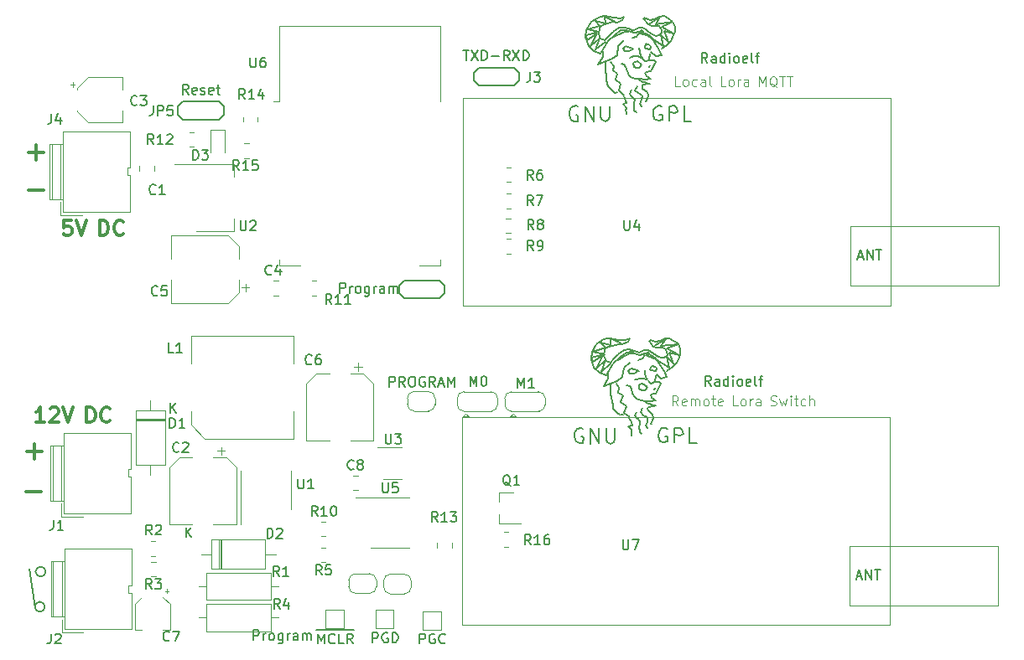
<source format=gbr>
%TF.GenerationSoftware,KiCad,Pcbnew,6.99.0-unknown-492e6548ff~162~ubuntu22.04.1*%
%TF.CreationDate,2022-12-11T13:45:44+01:00*%
%TF.ProjectId,lora_dual,6c6f7261-5f64-4756-916c-2e6b69636164,rev?*%
%TF.SameCoordinates,Original*%
%TF.FileFunction,Legend,Top*%
%TF.FilePolarity,Positive*%
%FSLAX46Y46*%
G04 Gerber Fmt 4.6, Leading zero omitted, Abs format (unit mm)*
G04 Created by KiCad (PCBNEW 6.99.0-unknown-492e6548ff~162~ubuntu22.04.1) date 2022-12-11 13:45:44*
%MOMM*%
%LPD*%
G01*
G04 APERTURE LIST*
%ADD10C,0.200000*%
%ADD11C,0.300000*%
%ADD12C,0.125000*%
%ADD13C,0.150000*%
%ADD14C,0.120000*%
G04 APERTURE END LIST*
D10*
X137930594Y-152250000D02*
G75*
G03*
X137930594Y-152250000I-505594J0D01*
G01*
X136862500Y-155962500D02*
X136250000Y-151937500D01*
X137855594Y-155800000D02*
G75*
G03*
X137855594Y-155800000I-505594J0D01*
G01*
D11*
X140514286Y-116751071D02*
X139800000Y-116751071D01*
X139800000Y-116751071D02*
X139728572Y-117465357D01*
X139728572Y-117465357D02*
X139800000Y-117393928D01*
X139800000Y-117393928D02*
X139942858Y-117322500D01*
X139942858Y-117322500D02*
X140300000Y-117322500D01*
X140300000Y-117322500D02*
X140442858Y-117393928D01*
X140442858Y-117393928D02*
X140514286Y-117465357D01*
X140514286Y-117465357D02*
X140585715Y-117608214D01*
X140585715Y-117608214D02*
X140585715Y-117965357D01*
X140585715Y-117965357D02*
X140514286Y-118108214D01*
X140514286Y-118108214D02*
X140442858Y-118179642D01*
X140442858Y-118179642D02*
X140300000Y-118251071D01*
X140300000Y-118251071D02*
X139942858Y-118251071D01*
X139942858Y-118251071D02*
X139800000Y-118179642D01*
X139800000Y-118179642D02*
X139728572Y-118108214D01*
X141014286Y-116751071D02*
X141514286Y-118251071D01*
X141514286Y-118251071D02*
X142014286Y-116751071D01*
X143414285Y-118251071D02*
X143414285Y-116751071D01*
X143414285Y-116751071D02*
X143771428Y-116751071D01*
X143771428Y-116751071D02*
X143985714Y-116822500D01*
X143985714Y-116822500D02*
X144128571Y-116965357D01*
X144128571Y-116965357D02*
X144200000Y-117108214D01*
X144200000Y-117108214D02*
X144271428Y-117393928D01*
X144271428Y-117393928D02*
X144271428Y-117608214D01*
X144271428Y-117608214D02*
X144200000Y-117893928D01*
X144200000Y-117893928D02*
X144128571Y-118036785D01*
X144128571Y-118036785D02*
X143985714Y-118179642D01*
X143985714Y-118179642D02*
X143771428Y-118251071D01*
X143771428Y-118251071D02*
X143414285Y-118251071D01*
X145771428Y-118108214D02*
X145700000Y-118179642D01*
X145700000Y-118179642D02*
X145485714Y-118251071D01*
X145485714Y-118251071D02*
X145342857Y-118251071D01*
X145342857Y-118251071D02*
X145128571Y-118179642D01*
X145128571Y-118179642D02*
X144985714Y-118036785D01*
X144985714Y-118036785D02*
X144914285Y-117893928D01*
X144914285Y-117893928D02*
X144842857Y-117608214D01*
X144842857Y-117608214D02*
X144842857Y-117393928D01*
X144842857Y-117393928D02*
X144914285Y-117108214D01*
X144914285Y-117108214D02*
X144985714Y-116965357D01*
X144985714Y-116965357D02*
X145128571Y-116822500D01*
X145128571Y-116822500D02*
X145342857Y-116751071D01*
X145342857Y-116751071D02*
X145485714Y-116751071D01*
X145485714Y-116751071D02*
X145700000Y-116822500D01*
X145700000Y-116822500D02*
X145771428Y-116893928D01*
X136063095Y-140122857D02*
X137586905Y-140122857D01*
X136825000Y-140884761D02*
X136825000Y-139360952D01*
D12*
X201988094Y-103167380D02*
X201511904Y-103167380D01*
X201511904Y-103167380D02*
X201511904Y-102167380D01*
X202464285Y-103167380D02*
X202369047Y-103119761D01*
X202369047Y-103119761D02*
X202321428Y-103072142D01*
X202321428Y-103072142D02*
X202273809Y-102976904D01*
X202273809Y-102976904D02*
X202273809Y-102691190D01*
X202273809Y-102691190D02*
X202321428Y-102595952D01*
X202321428Y-102595952D02*
X202369047Y-102548333D01*
X202369047Y-102548333D02*
X202464285Y-102500714D01*
X202464285Y-102500714D02*
X202607142Y-102500714D01*
X202607142Y-102500714D02*
X202702380Y-102548333D01*
X202702380Y-102548333D02*
X202749999Y-102595952D01*
X202749999Y-102595952D02*
X202797618Y-102691190D01*
X202797618Y-102691190D02*
X202797618Y-102976904D01*
X202797618Y-102976904D02*
X202749999Y-103072142D01*
X202749999Y-103072142D02*
X202702380Y-103119761D01*
X202702380Y-103119761D02*
X202607142Y-103167380D01*
X202607142Y-103167380D02*
X202464285Y-103167380D01*
X203654761Y-103119761D02*
X203559523Y-103167380D01*
X203559523Y-103167380D02*
X203369047Y-103167380D01*
X203369047Y-103167380D02*
X203273809Y-103119761D01*
X203273809Y-103119761D02*
X203226190Y-103072142D01*
X203226190Y-103072142D02*
X203178571Y-102976904D01*
X203178571Y-102976904D02*
X203178571Y-102691190D01*
X203178571Y-102691190D02*
X203226190Y-102595952D01*
X203226190Y-102595952D02*
X203273809Y-102548333D01*
X203273809Y-102548333D02*
X203369047Y-102500714D01*
X203369047Y-102500714D02*
X203559523Y-102500714D01*
X203559523Y-102500714D02*
X203654761Y-102548333D01*
X204511904Y-103167380D02*
X204511904Y-102643571D01*
X204511904Y-102643571D02*
X204464285Y-102548333D01*
X204464285Y-102548333D02*
X204369047Y-102500714D01*
X204369047Y-102500714D02*
X204178571Y-102500714D01*
X204178571Y-102500714D02*
X204083333Y-102548333D01*
X204511904Y-103119761D02*
X204416666Y-103167380D01*
X204416666Y-103167380D02*
X204178571Y-103167380D01*
X204178571Y-103167380D02*
X204083333Y-103119761D01*
X204083333Y-103119761D02*
X204035714Y-103024523D01*
X204035714Y-103024523D02*
X204035714Y-102929285D01*
X204035714Y-102929285D02*
X204083333Y-102834047D01*
X204083333Y-102834047D02*
X204178571Y-102786428D01*
X204178571Y-102786428D02*
X204416666Y-102786428D01*
X204416666Y-102786428D02*
X204511904Y-102738809D01*
X205130952Y-103167380D02*
X205035714Y-103119761D01*
X205035714Y-103119761D02*
X204988095Y-103024523D01*
X204988095Y-103024523D02*
X204988095Y-102167380D01*
X206588095Y-103167380D02*
X206111905Y-103167380D01*
X206111905Y-103167380D02*
X206111905Y-102167380D01*
X207064286Y-103167380D02*
X206969048Y-103119761D01*
X206969048Y-103119761D02*
X206921429Y-103072142D01*
X206921429Y-103072142D02*
X206873810Y-102976904D01*
X206873810Y-102976904D02*
X206873810Y-102691190D01*
X206873810Y-102691190D02*
X206921429Y-102595952D01*
X206921429Y-102595952D02*
X206969048Y-102548333D01*
X206969048Y-102548333D02*
X207064286Y-102500714D01*
X207064286Y-102500714D02*
X207207143Y-102500714D01*
X207207143Y-102500714D02*
X207302381Y-102548333D01*
X207302381Y-102548333D02*
X207350000Y-102595952D01*
X207350000Y-102595952D02*
X207397619Y-102691190D01*
X207397619Y-102691190D02*
X207397619Y-102976904D01*
X207397619Y-102976904D02*
X207350000Y-103072142D01*
X207350000Y-103072142D02*
X207302381Y-103119761D01*
X207302381Y-103119761D02*
X207207143Y-103167380D01*
X207207143Y-103167380D02*
X207064286Y-103167380D01*
X207826191Y-103167380D02*
X207826191Y-102500714D01*
X207826191Y-102691190D02*
X207873810Y-102595952D01*
X207873810Y-102595952D02*
X207921429Y-102548333D01*
X207921429Y-102548333D02*
X208016667Y-102500714D01*
X208016667Y-102500714D02*
X208111905Y-102500714D01*
X208873810Y-103167380D02*
X208873810Y-102643571D01*
X208873810Y-102643571D02*
X208826191Y-102548333D01*
X208826191Y-102548333D02*
X208730953Y-102500714D01*
X208730953Y-102500714D02*
X208540477Y-102500714D01*
X208540477Y-102500714D02*
X208445239Y-102548333D01*
X208873810Y-103119761D02*
X208778572Y-103167380D01*
X208778572Y-103167380D02*
X208540477Y-103167380D01*
X208540477Y-103167380D02*
X208445239Y-103119761D01*
X208445239Y-103119761D02*
X208397620Y-103024523D01*
X208397620Y-103024523D02*
X208397620Y-102929285D01*
X208397620Y-102929285D02*
X208445239Y-102834047D01*
X208445239Y-102834047D02*
X208540477Y-102786428D01*
X208540477Y-102786428D02*
X208778572Y-102786428D01*
X208778572Y-102786428D02*
X208873810Y-102738809D01*
X209950001Y-103167380D02*
X209950001Y-102167380D01*
X209950001Y-102167380D02*
X210283334Y-102881666D01*
X210283334Y-102881666D02*
X210616667Y-102167380D01*
X210616667Y-102167380D02*
X210616667Y-103167380D01*
X211759524Y-103262619D02*
X211664286Y-103215000D01*
X211664286Y-103215000D02*
X211569048Y-103119761D01*
X211569048Y-103119761D02*
X211426191Y-102976904D01*
X211426191Y-102976904D02*
X211330953Y-102929285D01*
X211330953Y-102929285D02*
X211235715Y-102929285D01*
X211283334Y-103167380D02*
X211188096Y-103119761D01*
X211188096Y-103119761D02*
X211092858Y-103024523D01*
X211092858Y-103024523D02*
X211045239Y-102834047D01*
X211045239Y-102834047D02*
X211045239Y-102500714D01*
X211045239Y-102500714D02*
X211092858Y-102310238D01*
X211092858Y-102310238D02*
X211188096Y-102215000D01*
X211188096Y-102215000D02*
X211283334Y-102167380D01*
X211283334Y-102167380D02*
X211473810Y-102167380D01*
X211473810Y-102167380D02*
X211569048Y-102215000D01*
X211569048Y-102215000D02*
X211664286Y-102310238D01*
X211664286Y-102310238D02*
X211711905Y-102500714D01*
X211711905Y-102500714D02*
X211711905Y-102834047D01*
X211711905Y-102834047D02*
X211664286Y-103024523D01*
X211664286Y-103024523D02*
X211569048Y-103119761D01*
X211569048Y-103119761D02*
X211473810Y-103167380D01*
X211473810Y-103167380D02*
X211283334Y-103167380D01*
X211997620Y-102167380D02*
X212569048Y-102167380D01*
X212283334Y-103167380D02*
X212283334Y-102167380D01*
X212759525Y-102167380D02*
X213330953Y-102167380D01*
X213045239Y-103167380D02*
X213045239Y-102167380D01*
X201773808Y-135467380D02*
X201440475Y-134991190D01*
X201202380Y-135467380D02*
X201202380Y-134467380D01*
X201202380Y-134467380D02*
X201583332Y-134467380D01*
X201583332Y-134467380D02*
X201678570Y-134515000D01*
X201678570Y-134515000D02*
X201726189Y-134562619D01*
X201726189Y-134562619D02*
X201773808Y-134657857D01*
X201773808Y-134657857D02*
X201773808Y-134800714D01*
X201773808Y-134800714D02*
X201726189Y-134895952D01*
X201726189Y-134895952D02*
X201678570Y-134943571D01*
X201678570Y-134943571D02*
X201583332Y-134991190D01*
X201583332Y-134991190D02*
X201202380Y-134991190D01*
X202583332Y-135419761D02*
X202488094Y-135467380D01*
X202488094Y-135467380D02*
X202297618Y-135467380D01*
X202297618Y-135467380D02*
X202202380Y-135419761D01*
X202202380Y-135419761D02*
X202154761Y-135324523D01*
X202154761Y-135324523D02*
X202154761Y-134943571D01*
X202154761Y-134943571D02*
X202202380Y-134848333D01*
X202202380Y-134848333D02*
X202297618Y-134800714D01*
X202297618Y-134800714D02*
X202488094Y-134800714D01*
X202488094Y-134800714D02*
X202583332Y-134848333D01*
X202583332Y-134848333D02*
X202630951Y-134943571D01*
X202630951Y-134943571D02*
X202630951Y-135038809D01*
X202630951Y-135038809D02*
X202154761Y-135134047D01*
X203059523Y-135467380D02*
X203059523Y-134800714D01*
X203059523Y-134895952D02*
X203107142Y-134848333D01*
X203107142Y-134848333D02*
X203202380Y-134800714D01*
X203202380Y-134800714D02*
X203345237Y-134800714D01*
X203345237Y-134800714D02*
X203440475Y-134848333D01*
X203440475Y-134848333D02*
X203488094Y-134943571D01*
X203488094Y-134943571D02*
X203488094Y-135467380D01*
X203488094Y-134943571D02*
X203535713Y-134848333D01*
X203535713Y-134848333D02*
X203630951Y-134800714D01*
X203630951Y-134800714D02*
X203773808Y-134800714D01*
X203773808Y-134800714D02*
X203869047Y-134848333D01*
X203869047Y-134848333D02*
X203916666Y-134943571D01*
X203916666Y-134943571D02*
X203916666Y-135467380D01*
X204535713Y-135467380D02*
X204440475Y-135419761D01*
X204440475Y-135419761D02*
X204392856Y-135372142D01*
X204392856Y-135372142D02*
X204345237Y-135276904D01*
X204345237Y-135276904D02*
X204345237Y-134991190D01*
X204345237Y-134991190D02*
X204392856Y-134895952D01*
X204392856Y-134895952D02*
X204440475Y-134848333D01*
X204440475Y-134848333D02*
X204535713Y-134800714D01*
X204535713Y-134800714D02*
X204678570Y-134800714D01*
X204678570Y-134800714D02*
X204773808Y-134848333D01*
X204773808Y-134848333D02*
X204821427Y-134895952D01*
X204821427Y-134895952D02*
X204869046Y-134991190D01*
X204869046Y-134991190D02*
X204869046Y-135276904D01*
X204869046Y-135276904D02*
X204821427Y-135372142D01*
X204821427Y-135372142D02*
X204773808Y-135419761D01*
X204773808Y-135419761D02*
X204678570Y-135467380D01*
X204678570Y-135467380D02*
X204535713Y-135467380D01*
X205154761Y-134800714D02*
X205535713Y-134800714D01*
X205297618Y-134467380D02*
X205297618Y-135324523D01*
X205297618Y-135324523D02*
X205345237Y-135419761D01*
X205345237Y-135419761D02*
X205440475Y-135467380D01*
X205440475Y-135467380D02*
X205535713Y-135467380D01*
X206249999Y-135419761D02*
X206154761Y-135467380D01*
X206154761Y-135467380D02*
X205964285Y-135467380D01*
X205964285Y-135467380D02*
X205869047Y-135419761D01*
X205869047Y-135419761D02*
X205821428Y-135324523D01*
X205821428Y-135324523D02*
X205821428Y-134943571D01*
X205821428Y-134943571D02*
X205869047Y-134848333D01*
X205869047Y-134848333D02*
X205964285Y-134800714D01*
X205964285Y-134800714D02*
X206154761Y-134800714D01*
X206154761Y-134800714D02*
X206249999Y-134848333D01*
X206249999Y-134848333D02*
X206297618Y-134943571D01*
X206297618Y-134943571D02*
X206297618Y-135038809D01*
X206297618Y-135038809D02*
X205821428Y-135134047D01*
X207802380Y-135467380D02*
X207326190Y-135467380D01*
X207326190Y-135467380D02*
X207326190Y-134467380D01*
X208278571Y-135467380D02*
X208183333Y-135419761D01*
X208183333Y-135419761D02*
X208135714Y-135372142D01*
X208135714Y-135372142D02*
X208088095Y-135276904D01*
X208088095Y-135276904D02*
X208088095Y-134991190D01*
X208088095Y-134991190D02*
X208135714Y-134895952D01*
X208135714Y-134895952D02*
X208183333Y-134848333D01*
X208183333Y-134848333D02*
X208278571Y-134800714D01*
X208278571Y-134800714D02*
X208421428Y-134800714D01*
X208421428Y-134800714D02*
X208516666Y-134848333D01*
X208516666Y-134848333D02*
X208564285Y-134895952D01*
X208564285Y-134895952D02*
X208611904Y-134991190D01*
X208611904Y-134991190D02*
X208611904Y-135276904D01*
X208611904Y-135276904D02*
X208564285Y-135372142D01*
X208564285Y-135372142D02*
X208516666Y-135419761D01*
X208516666Y-135419761D02*
X208421428Y-135467380D01*
X208421428Y-135467380D02*
X208278571Y-135467380D01*
X209040476Y-135467380D02*
X209040476Y-134800714D01*
X209040476Y-134991190D02*
X209088095Y-134895952D01*
X209088095Y-134895952D02*
X209135714Y-134848333D01*
X209135714Y-134848333D02*
X209230952Y-134800714D01*
X209230952Y-134800714D02*
X209326190Y-134800714D01*
X210088095Y-135467380D02*
X210088095Y-134943571D01*
X210088095Y-134943571D02*
X210040476Y-134848333D01*
X210040476Y-134848333D02*
X209945238Y-134800714D01*
X209945238Y-134800714D02*
X209754762Y-134800714D01*
X209754762Y-134800714D02*
X209659524Y-134848333D01*
X210088095Y-135419761D02*
X209992857Y-135467380D01*
X209992857Y-135467380D02*
X209754762Y-135467380D01*
X209754762Y-135467380D02*
X209659524Y-135419761D01*
X209659524Y-135419761D02*
X209611905Y-135324523D01*
X209611905Y-135324523D02*
X209611905Y-135229285D01*
X209611905Y-135229285D02*
X209659524Y-135134047D01*
X209659524Y-135134047D02*
X209754762Y-135086428D01*
X209754762Y-135086428D02*
X209992857Y-135086428D01*
X209992857Y-135086428D02*
X210088095Y-135038809D01*
X211116667Y-135419761D02*
X211259524Y-135467380D01*
X211259524Y-135467380D02*
X211497619Y-135467380D01*
X211497619Y-135467380D02*
X211592857Y-135419761D01*
X211592857Y-135419761D02*
X211640476Y-135372142D01*
X211640476Y-135372142D02*
X211688095Y-135276904D01*
X211688095Y-135276904D02*
X211688095Y-135181666D01*
X211688095Y-135181666D02*
X211640476Y-135086428D01*
X211640476Y-135086428D02*
X211592857Y-135038809D01*
X211592857Y-135038809D02*
X211497619Y-134991190D01*
X211497619Y-134991190D02*
X211307143Y-134943571D01*
X211307143Y-134943571D02*
X211211905Y-134895952D01*
X211211905Y-134895952D02*
X211164286Y-134848333D01*
X211164286Y-134848333D02*
X211116667Y-134753095D01*
X211116667Y-134753095D02*
X211116667Y-134657857D01*
X211116667Y-134657857D02*
X211164286Y-134562619D01*
X211164286Y-134562619D02*
X211211905Y-134515000D01*
X211211905Y-134515000D02*
X211307143Y-134467380D01*
X211307143Y-134467380D02*
X211545238Y-134467380D01*
X211545238Y-134467380D02*
X211688095Y-134515000D01*
X212021429Y-134800714D02*
X212211905Y-135467380D01*
X212211905Y-135467380D02*
X212402381Y-134991190D01*
X212402381Y-134991190D02*
X212592857Y-135467380D01*
X212592857Y-135467380D02*
X212783333Y-134800714D01*
X213164286Y-135467380D02*
X213164286Y-134800714D01*
X213164286Y-134467380D02*
X213116667Y-134515000D01*
X213116667Y-134515000D02*
X213164286Y-134562619D01*
X213164286Y-134562619D02*
X213211905Y-134515000D01*
X213211905Y-134515000D02*
X213164286Y-134467380D01*
X213164286Y-134467380D02*
X213164286Y-134562619D01*
X213497619Y-134800714D02*
X213878571Y-134800714D01*
X213640476Y-134467380D02*
X213640476Y-135324523D01*
X213640476Y-135324523D02*
X213688095Y-135419761D01*
X213688095Y-135419761D02*
X213783333Y-135467380D01*
X213783333Y-135467380D02*
X213878571Y-135467380D01*
X214640476Y-135419761D02*
X214545238Y-135467380D01*
X214545238Y-135467380D02*
X214354762Y-135467380D01*
X214354762Y-135467380D02*
X214259524Y-135419761D01*
X214259524Y-135419761D02*
X214211905Y-135372142D01*
X214211905Y-135372142D02*
X214164286Y-135276904D01*
X214164286Y-135276904D02*
X214164286Y-134991190D01*
X214164286Y-134991190D02*
X214211905Y-134895952D01*
X214211905Y-134895952D02*
X214259524Y-134848333D01*
X214259524Y-134848333D02*
X214354762Y-134800714D01*
X214354762Y-134800714D02*
X214545238Y-134800714D01*
X214545238Y-134800714D02*
X214640476Y-134848333D01*
X215069048Y-135467380D02*
X215069048Y-134467380D01*
X215497619Y-135467380D02*
X215497619Y-134943571D01*
X215497619Y-134943571D02*
X215450000Y-134848333D01*
X215450000Y-134848333D02*
X215354762Y-134800714D01*
X215354762Y-134800714D02*
X215211905Y-134800714D01*
X215211905Y-134800714D02*
X215116667Y-134848333D01*
X215116667Y-134848333D02*
X215069048Y-134895952D01*
D11*
X135938095Y-144197857D02*
X137461905Y-144197857D01*
X137821429Y-137151071D02*
X136964286Y-137151071D01*
X137392857Y-137151071D02*
X137392857Y-135651071D01*
X137392857Y-135651071D02*
X137250000Y-135865357D01*
X137250000Y-135865357D02*
X137107143Y-136008214D01*
X137107143Y-136008214D02*
X136964286Y-136079642D01*
X138392857Y-135793928D02*
X138464285Y-135722500D01*
X138464285Y-135722500D02*
X138607143Y-135651071D01*
X138607143Y-135651071D02*
X138964285Y-135651071D01*
X138964285Y-135651071D02*
X139107143Y-135722500D01*
X139107143Y-135722500D02*
X139178571Y-135793928D01*
X139178571Y-135793928D02*
X139250000Y-135936785D01*
X139250000Y-135936785D02*
X139250000Y-136079642D01*
X139250000Y-136079642D02*
X139178571Y-136293928D01*
X139178571Y-136293928D02*
X138321428Y-137151071D01*
X138321428Y-137151071D02*
X139250000Y-137151071D01*
X139678571Y-135651071D02*
X140178571Y-137151071D01*
X140178571Y-137151071D02*
X140678571Y-135651071D01*
X142078570Y-137151071D02*
X142078570Y-135651071D01*
X142078570Y-135651071D02*
X142435713Y-135651071D01*
X142435713Y-135651071D02*
X142649999Y-135722500D01*
X142649999Y-135722500D02*
X142792856Y-135865357D01*
X142792856Y-135865357D02*
X142864285Y-136008214D01*
X142864285Y-136008214D02*
X142935713Y-136293928D01*
X142935713Y-136293928D02*
X142935713Y-136508214D01*
X142935713Y-136508214D02*
X142864285Y-136793928D01*
X142864285Y-136793928D02*
X142792856Y-136936785D01*
X142792856Y-136936785D02*
X142649999Y-137079642D01*
X142649999Y-137079642D02*
X142435713Y-137151071D01*
X142435713Y-137151071D02*
X142078570Y-137151071D01*
X144435713Y-137008214D02*
X144364285Y-137079642D01*
X144364285Y-137079642D02*
X144149999Y-137151071D01*
X144149999Y-137151071D02*
X144007142Y-137151071D01*
X144007142Y-137151071D02*
X143792856Y-137079642D01*
X143792856Y-137079642D02*
X143649999Y-136936785D01*
X143649999Y-136936785D02*
X143578570Y-136793928D01*
X143578570Y-136793928D02*
X143507142Y-136508214D01*
X143507142Y-136508214D02*
X143507142Y-136293928D01*
X143507142Y-136293928D02*
X143578570Y-136008214D01*
X143578570Y-136008214D02*
X143649999Y-135865357D01*
X143649999Y-135865357D02*
X143792856Y-135722500D01*
X143792856Y-135722500D02*
X144007142Y-135651071D01*
X144007142Y-135651071D02*
X144149999Y-135651071D01*
X144149999Y-135651071D02*
X144364285Y-135722500D01*
X144364285Y-135722500D02*
X144435713Y-135793928D01*
X136238095Y-113672857D02*
X137761905Y-113672857D01*
X136238095Y-109872857D02*
X137761905Y-109872857D01*
X137000000Y-110634761D02*
X137000000Y-109110952D01*
D13*
%TO.C,C6*%
X164783333Y-131222142D02*
X164735714Y-131269761D01*
X164735714Y-131269761D02*
X164592857Y-131317380D01*
X164592857Y-131317380D02*
X164497619Y-131317380D01*
X164497619Y-131317380D02*
X164354762Y-131269761D01*
X164354762Y-131269761D02*
X164259524Y-131174523D01*
X164259524Y-131174523D02*
X164211905Y-131079285D01*
X164211905Y-131079285D02*
X164164286Y-130888809D01*
X164164286Y-130888809D02*
X164164286Y-130745952D01*
X164164286Y-130745952D02*
X164211905Y-130555476D01*
X164211905Y-130555476D02*
X164259524Y-130460238D01*
X164259524Y-130460238D02*
X164354762Y-130365000D01*
X164354762Y-130365000D02*
X164497619Y-130317380D01*
X164497619Y-130317380D02*
X164592857Y-130317380D01*
X164592857Y-130317380D02*
X164735714Y-130365000D01*
X164735714Y-130365000D02*
X164783333Y-130412619D01*
X165640476Y-130317380D02*
X165450000Y-130317380D01*
X165450000Y-130317380D02*
X165354762Y-130365000D01*
X165354762Y-130365000D02*
X165307143Y-130412619D01*
X165307143Y-130412619D02*
X165211905Y-130555476D01*
X165211905Y-130555476D02*
X165164286Y-130745952D01*
X165164286Y-130745952D02*
X165164286Y-131126904D01*
X165164286Y-131126904D02*
X165211905Y-131222142D01*
X165211905Y-131222142D02*
X165259524Y-131269761D01*
X165259524Y-131269761D02*
X165354762Y-131317380D01*
X165354762Y-131317380D02*
X165545238Y-131317380D01*
X165545238Y-131317380D02*
X165640476Y-131269761D01*
X165640476Y-131269761D02*
X165688095Y-131222142D01*
X165688095Y-131222142D02*
X165735714Y-131126904D01*
X165735714Y-131126904D02*
X165735714Y-130888809D01*
X165735714Y-130888809D02*
X165688095Y-130793571D01*
X165688095Y-130793571D02*
X165640476Y-130745952D01*
X165640476Y-130745952D02*
X165545238Y-130698333D01*
X165545238Y-130698333D02*
X165354762Y-130698333D01*
X165354762Y-130698333D02*
X165259524Y-130745952D01*
X165259524Y-130745952D02*
X165211905Y-130793571D01*
X165211905Y-130793571D02*
X165164286Y-130888809D01*
%TO.C,R7*%
X187143333Y-115217380D02*
X186810000Y-114741190D01*
X186571905Y-115217380D02*
X186571905Y-114217380D01*
X186571905Y-114217380D02*
X186952857Y-114217380D01*
X186952857Y-114217380D02*
X187048095Y-114265000D01*
X187048095Y-114265000D02*
X187095714Y-114312619D01*
X187095714Y-114312619D02*
X187143333Y-114407857D01*
X187143333Y-114407857D02*
X187143333Y-114550714D01*
X187143333Y-114550714D02*
X187095714Y-114645952D01*
X187095714Y-114645952D02*
X187048095Y-114693571D01*
X187048095Y-114693571D02*
X186952857Y-114741190D01*
X186952857Y-114741190D02*
X186571905Y-114741190D01*
X187476667Y-114217380D02*
X188143333Y-114217380D01*
X188143333Y-114217380D02*
X187714762Y-115217380D01*
%TO.C,R4*%
X161563333Y-155992380D02*
X161230000Y-155516190D01*
X160991905Y-155992380D02*
X160991905Y-154992380D01*
X160991905Y-154992380D02*
X161372857Y-154992380D01*
X161372857Y-154992380D02*
X161468095Y-155040000D01*
X161468095Y-155040000D02*
X161515714Y-155087619D01*
X161515714Y-155087619D02*
X161563333Y-155182857D01*
X161563333Y-155182857D02*
X161563333Y-155325714D01*
X161563333Y-155325714D02*
X161515714Y-155420952D01*
X161515714Y-155420952D02*
X161468095Y-155468571D01*
X161468095Y-155468571D02*
X161372857Y-155516190D01*
X161372857Y-155516190D02*
X160991905Y-155516190D01*
X162420476Y-155325714D02*
X162420476Y-155992380D01*
X162182381Y-154944761D02*
X161944286Y-155659047D01*
X161944286Y-155659047D02*
X162563333Y-155659047D01*
%TO.C,J3*%
X186846666Y-101727380D02*
X186846666Y-102441666D01*
X186846666Y-102441666D02*
X186799047Y-102584523D01*
X186799047Y-102584523D02*
X186703809Y-102679761D01*
X186703809Y-102679761D02*
X186560952Y-102727380D01*
X186560952Y-102727380D02*
X186465714Y-102727380D01*
X187227619Y-101727380D02*
X187846666Y-101727380D01*
X187846666Y-101727380D02*
X187513333Y-102108333D01*
X187513333Y-102108333D02*
X187656190Y-102108333D01*
X187656190Y-102108333D02*
X187751428Y-102155952D01*
X187751428Y-102155952D02*
X187799047Y-102203571D01*
X187799047Y-102203571D02*
X187846666Y-102298809D01*
X187846666Y-102298809D02*
X187846666Y-102536904D01*
X187846666Y-102536904D02*
X187799047Y-102632142D01*
X187799047Y-102632142D02*
X187751428Y-102679761D01*
X187751428Y-102679761D02*
X187656190Y-102727380D01*
X187656190Y-102727380D02*
X187370476Y-102727380D01*
X187370476Y-102727380D02*
X187275238Y-102679761D01*
X187275238Y-102679761D02*
X187227619Y-102632142D01*
X180097857Y-99557380D02*
X180669285Y-99557380D01*
X180383571Y-100557380D02*
X180383571Y-99557380D01*
X180907381Y-99557380D02*
X181574047Y-100557380D01*
X181574047Y-99557380D02*
X180907381Y-100557380D01*
X181955000Y-100557380D02*
X181955000Y-99557380D01*
X181955000Y-99557380D02*
X182193095Y-99557380D01*
X182193095Y-99557380D02*
X182335952Y-99605000D01*
X182335952Y-99605000D02*
X182431190Y-99700238D01*
X182431190Y-99700238D02*
X182478809Y-99795476D01*
X182478809Y-99795476D02*
X182526428Y-99985952D01*
X182526428Y-99985952D02*
X182526428Y-100128809D01*
X182526428Y-100128809D02*
X182478809Y-100319285D01*
X182478809Y-100319285D02*
X182431190Y-100414523D01*
X182431190Y-100414523D02*
X182335952Y-100509761D01*
X182335952Y-100509761D02*
X182193095Y-100557380D01*
X182193095Y-100557380D02*
X181955000Y-100557380D01*
X182955000Y-100176428D02*
X183716905Y-100176428D01*
X184764523Y-100557380D02*
X184431190Y-100081190D01*
X184193095Y-100557380D02*
X184193095Y-99557380D01*
X184193095Y-99557380D02*
X184574047Y-99557380D01*
X184574047Y-99557380D02*
X184669285Y-99605000D01*
X184669285Y-99605000D02*
X184716904Y-99652619D01*
X184716904Y-99652619D02*
X184764523Y-99747857D01*
X184764523Y-99747857D02*
X184764523Y-99890714D01*
X184764523Y-99890714D02*
X184716904Y-99985952D01*
X184716904Y-99985952D02*
X184669285Y-100033571D01*
X184669285Y-100033571D02*
X184574047Y-100081190D01*
X184574047Y-100081190D02*
X184193095Y-100081190D01*
X185097857Y-99557380D02*
X185764523Y-100557380D01*
X185764523Y-99557380D02*
X185097857Y-100557380D01*
X186145476Y-100557380D02*
X186145476Y-99557380D01*
X186145476Y-99557380D02*
X186383571Y-99557380D01*
X186383571Y-99557380D02*
X186526428Y-99605000D01*
X186526428Y-99605000D02*
X186621666Y-99700238D01*
X186621666Y-99700238D02*
X186669285Y-99795476D01*
X186669285Y-99795476D02*
X186716904Y-99985952D01*
X186716904Y-99985952D02*
X186716904Y-100128809D01*
X186716904Y-100128809D02*
X186669285Y-100319285D01*
X186669285Y-100319285D02*
X186621666Y-100414523D01*
X186621666Y-100414523D02*
X186526428Y-100509761D01*
X186526428Y-100509761D02*
X186383571Y-100557380D01*
X186383571Y-100557380D02*
X186145476Y-100557380D01*
%TO.C,R1*%
X161513333Y-152692380D02*
X161180000Y-152216190D01*
X160941905Y-152692380D02*
X160941905Y-151692380D01*
X160941905Y-151692380D02*
X161322857Y-151692380D01*
X161322857Y-151692380D02*
X161418095Y-151740000D01*
X161418095Y-151740000D02*
X161465714Y-151787619D01*
X161465714Y-151787619D02*
X161513333Y-151882857D01*
X161513333Y-151882857D02*
X161513333Y-152025714D01*
X161513333Y-152025714D02*
X161465714Y-152120952D01*
X161465714Y-152120952D02*
X161418095Y-152168571D01*
X161418095Y-152168571D02*
X161322857Y-152216190D01*
X161322857Y-152216190D02*
X160941905Y-152216190D01*
X162465714Y-152692380D02*
X161894286Y-152692380D01*
X162180000Y-152692380D02*
X162180000Y-151692380D01*
X162180000Y-151692380D02*
X162084762Y-151835238D01*
X162084762Y-151835238D02*
X161989524Y-151930476D01*
X161989524Y-151930476D02*
X161894286Y-151978095D01*
%TO.C,U5*%
X171938095Y-143267380D02*
X171938095Y-144076904D01*
X171938095Y-144076904D02*
X171985714Y-144172142D01*
X171985714Y-144172142D02*
X172033333Y-144219761D01*
X172033333Y-144219761D02*
X172128571Y-144267380D01*
X172128571Y-144267380D02*
X172319047Y-144267380D01*
X172319047Y-144267380D02*
X172414285Y-144219761D01*
X172414285Y-144219761D02*
X172461904Y-144172142D01*
X172461904Y-144172142D02*
X172509523Y-144076904D01*
X172509523Y-144076904D02*
X172509523Y-143267380D01*
X173461904Y-143267380D02*
X172985714Y-143267380D01*
X172985714Y-143267380D02*
X172938095Y-143743571D01*
X172938095Y-143743571D02*
X172985714Y-143695952D01*
X172985714Y-143695952D02*
X173080952Y-143648333D01*
X173080952Y-143648333D02*
X173319047Y-143648333D01*
X173319047Y-143648333D02*
X173414285Y-143695952D01*
X173414285Y-143695952D02*
X173461904Y-143743571D01*
X173461904Y-143743571D02*
X173509523Y-143838809D01*
X173509523Y-143838809D02*
X173509523Y-144076904D01*
X173509523Y-144076904D02*
X173461904Y-144172142D01*
X173461904Y-144172142D02*
X173414285Y-144219761D01*
X173414285Y-144219761D02*
X173319047Y-144267380D01*
X173319047Y-144267380D02*
X173080952Y-144267380D01*
X173080952Y-144267380D02*
X172985714Y-144219761D01*
X172985714Y-144219761D02*
X172938095Y-144172142D01*
%TO.C,R11*%
X166807142Y-125217380D02*
X166473809Y-124741190D01*
X166235714Y-125217380D02*
X166235714Y-124217380D01*
X166235714Y-124217380D02*
X166616666Y-124217380D01*
X166616666Y-124217380D02*
X166711904Y-124265000D01*
X166711904Y-124265000D02*
X166759523Y-124312619D01*
X166759523Y-124312619D02*
X166807142Y-124407857D01*
X166807142Y-124407857D02*
X166807142Y-124550714D01*
X166807142Y-124550714D02*
X166759523Y-124645952D01*
X166759523Y-124645952D02*
X166711904Y-124693571D01*
X166711904Y-124693571D02*
X166616666Y-124741190D01*
X166616666Y-124741190D02*
X166235714Y-124741190D01*
X167759523Y-125217380D02*
X167188095Y-125217380D01*
X167473809Y-125217380D02*
X167473809Y-124217380D01*
X167473809Y-124217380D02*
X167378571Y-124360238D01*
X167378571Y-124360238D02*
X167283333Y-124455476D01*
X167283333Y-124455476D02*
X167188095Y-124503095D01*
X168711904Y-125217380D02*
X168140476Y-125217380D01*
X168426190Y-125217380D02*
X168426190Y-124217380D01*
X168426190Y-124217380D02*
X168330952Y-124360238D01*
X168330952Y-124360238D02*
X168235714Y-124455476D01*
X168235714Y-124455476D02*
X168140476Y-124503095D01*
%TO.C,R2*%
X148658333Y-148517380D02*
X148325000Y-148041190D01*
X148086905Y-148517380D02*
X148086905Y-147517380D01*
X148086905Y-147517380D02*
X148467857Y-147517380D01*
X148467857Y-147517380D02*
X148563095Y-147565000D01*
X148563095Y-147565000D02*
X148610714Y-147612619D01*
X148610714Y-147612619D02*
X148658333Y-147707857D01*
X148658333Y-147707857D02*
X148658333Y-147850714D01*
X148658333Y-147850714D02*
X148610714Y-147945952D01*
X148610714Y-147945952D02*
X148563095Y-147993571D01*
X148563095Y-147993571D02*
X148467857Y-148041190D01*
X148467857Y-148041190D02*
X148086905Y-148041190D01*
X149039286Y-147612619D02*
X149086905Y-147565000D01*
X149086905Y-147565000D02*
X149182143Y-147517380D01*
X149182143Y-147517380D02*
X149420238Y-147517380D01*
X149420238Y-147517380D02*
X149515476Y-147565000D01*
X149515476Y-147565000D02*
X149563095Y-147612619D01*
X149563095Y-147612619D02*
X149610714Y-147707857D01*
X149610714Y-147707857D02*
X149610714Y-147803095D01*
X149610714Y-147803095D02*
X149563095Y-147945952D01*
X149563095Y-147945952D02*
X148991667Y-148517380D01*
X148991667Y-148517380D02*
X149610714Y-148517380D01*
%TO.C,R16*%
X186907142Y-149517380D02*
X186573809Y-149041190D01*
X186335714Y-149517380D02*
X186335714Y-148517380D01*
X186335714Y-148517380D02*
X186716666Y-148517380D01*
X186716666Y-148517380D02*
X186811904Y-148565000D01*
X186811904Y-148565000D02*
X186859523Y-148612619D01*
X186859523Y-148612619D02*
X186907142Y-148707857D01*
X186907142Y-148707857D02*
X186907142Y-148850714D01*
X186907142Y-148850714D02*
X186859523Y-148945952D01*
X186859523Y-148945952D02*
X186811904Y-148993571D01*
X186811904Y-148993571D02*
X186716666Y-149041190D01*
X186716666Y-149041190D02*
X186335714Y-149041190D01*
X187859523Y-149517380D02*
X187288095Y-149517380D01*
X187573809Y-149517380D02*
X187573809Y-148517380D01*
X187573809Y-148517380D02*
X187478571Y-148660238D01*
X187478571Y-148660238D02*
X187383333Y-148755476D01*
X187383333Y-148755476D02*
X187288095Y-148803095D01*
X188716666Y-148517380D02*
X188526190Y-148517380D01*
X188526190Y-148517380D02*
X188430952Y-148565000D01*
X188430952Y-148565000D02*
X188383333Y-148612619D01*
X188383333Y-148612619D02*
X188288095Y-148755476D01*
X188288095Y-148755476D02*
X188240476Y-148945952D01*
X188240476Y-148945952D02*
X188240476Y-149326904D01*
X188240476Y-149326904D02*
X188288095Y-149422142D01*
X188288095Y-149422142D02*
X188335714Y-149469761D01*
X188335714Y-149469761D02*
X188430952Y-149517380D01*
X188430952Y-149517380D02*
X188621428Y-149517380D01*
X188621428Y-149517380D02*
X188716666Y-149469761D01*
X188716666Y-149469761D02*
X188764285Y-149422142D01*
X188764285Y-149422142D02*
X188811904Y-149326904D01*
X188811904Y-149326904D02*
X188811904Y-149088809D01*
X188811904Y-149088809D02*
X188764285Y-148993571D01*
X188764285Y-148993571D02*
X188716666Y-148945952D01*
X188716666Y-148945952D02*
X188621428Y-148898333D01*
X188621428Y-148898333D02*
X188430952Y-148898333D01*
X188430952Y-148898333D02*
X188335714Y-148945952D01*
X188335714Y-148945952D02*
X188288095Y-148993571D01*
X188288095Y-148993571D02*
X188240476Y-149088809D01*
%TO.C,H4*%
X170938095Y-159417380D02*
X170938095Y-158417380D01*
X170938095Y-158417380D02*
X171319047Y-158417380D01*
X171319047Y-158417380D02*
X171414285Y-158465000D01*
X171414285Y-158465000D02*
X171461904Y-158512619D01*
X171461904Y-158512619D02*
X171509523Y-158607857D01*
X171509523Y-158607857D02*
X171509523Y-158750714D01*
X171509523Y-158750714D02*
X171461904Y-158845952D01*
X171461904Y-158845952D02*
X171414285Y-158893571D01*
X171414285Y-158893571D02*
X171319047Y-158941190D01*
X171319047Y-158941190D02*
X170938095Y-158941190D01*
X172461904Y-158465000D02*
X172366666Y-158417380D01*
X172366666Y-158417380D02*
X172223809Y-158417380D01*
X172223809Y-158417380D02*
X172080952Y-158465000D01*
X172080952Y-158465000D02*
X171985714Y-158560238D01*
X171985714Y-158560238D02*
X171938095Y-158655476D01*
X171938095Y-158655476D02*
X171890476Y-158845952D01*
X171890476Y-158845952D02*
X171890476Y-158988809D01*
X171890476Y-158988809D02*
X171938095Y-159179285D01*
X171938095Y-159179285D02*
X171985714Y-159274523D01*
X171985714Y-159274523D02*
X172080952Y-159369761D01*
X172080952Y-159369761D02*
X172223809Y-159417380D01*
X172223809Y-159417380D02*
X172319047Y-159417380D01*
X172319047Y-159417380D02*
X172461904Y-159369761D01*
X172461904Y-159369761D02*
X172509523Y-159322142D01*
X172509523Y-159322142D02*
X172509523Y-158988809D01*
X172509523Y-158988809D02*
X172319047Y-158988809D01*
X172938095Y-159417380D02*
X172938095Y-158417380D01*
X172938095Y-158417380D02*
X173176190Y-158417380D01*
X173176190Y-158417380D02*
X173319047Y-158465000D01*
X173319047Y-158465000D02*
X173414285Y-158560238D01*
X173414285Y-158560238D02*
X173461904Y-158655476D01*
X173461904Y-158655476D02*
X173509523Y-158845952D01*
X173509523Y-158845952D02*
X173509523Y-158988809D01*
X173509523Y-158988809D02*
X173461904Y-159179285D01*
X173461904Y-159179285D02*
X173414285Y-159274523D01*
X173414285Y-159274523D02*
X173319047Y-159369761D01*
X173319047Y-159369761D02*
X173176190Y-159417380D01*
X173176190Y-159417380D02*
X172938095Y-159417380D01*
%TO.C,U7*%
X196208095Y-149012380D02*
X196208095Y-149821904D01*
X196208095Y-149821904D02*
X196255714Y-149917142D01*
X196255714Y-149917142D02*
X196303333Y-149964761D01*
X196303333Y-149964761D02*
X196398571Y-150012380D01*
X196398571Y-150012380D02*
X196589047Y-150012380D01*
X196589047Y-150012380D02*
X196684285Y-149964761D01*
X196684285Y-149964761D02*
X196731904Y-149917142D01*
X196731904Y-149917142D02*
X196779523Y-149821904D01*
X196779523Y-149821904D02*
X196779523Y-149012380D01*
X197160476Y-149012380D02*
X197827142Y-149012380D01*
X197827142Y-149012380D02*
X197398571Y-150012380D01*
X219827143Y-152726666D02*
X220303333Y-152726666D01*
X219731905Y-153012380D02*
X220065238Y-152012380D01*
X220065238Y-152012380D02*
X220398571Y-153012380D01*
X220731905Y-153012380D02*
X220731905Y-152012380D01*
X220731905Y-152012380D02*
X221303333Y-153012380D01*
X221303333Y-153012380D02*
X221303333Y-152012380D01*
X221636667Y-152012380D02*
X222208095Y-152012380D01*
X221922381Y-153012380D02*
X221922381Y-152012380D01*
%TO.C,JP5*%
X148786666Y-105137380D02*
X148786666Y-105851666D01*
X148786666Y-105851666D02*
X148739047Y-105994523D01*
X148739047Y-105994523D02*
X148643809Y-106089761D01*
X148643809Y-106089761D02*
X148500952Y-106137380D01*
X148500952Y-106137380D02*
X148405714Y-106137380D01*
X149262857Y-106137380D02*
X149262857Y-105137380D01*
X149262857Y-105137380D02*
X149643809Y-105137380D01*
X149643809Y-105137380D02*
X149739047Y-105185000D01*
X149739047Y-105185000D02*
X149786666Y-105232619D01*
X149786666Y-105232619D02*
X149834285Y-105327857D01*
X149834285Y-105327857D02*
X149834285Y-105470714D01*
X149834285Y-105470714D02*
X149786666Y-105565952D01*
X149786666Y-105565952D02*
X149739047Y-105613571D01*
X149739047Y-105613571D02*
X149643809Y-105661190D01*
X149643809Y-105661190D02*
X149262857Y-105661190D01*
X150739047Y-105137380D02*
X150262857Y-105137380D01*
X150262857Y-105137380D02*
X150215238Y-105613571D01*
X150215238Y-105613571D02*
X150262857Y-105565952D01*
X150262857Y-105565952D02*
X150358095Y-105518333D01*
X150358095Y-105518333D02*
X150596190Y-105518333D01*
X150596190Y-105518333D02*
X150691428Y-105565952D01*
X150691428Y-105565952D02*
X150739047Y-105613571D01*
X150739047Y-105613571D02*
X150786666Y-105708809D01*
X150786666Y-105708809D02*
X150786666Y-105946904D01*
X150786666Y-105946904D02*
X150739047Y-106042142D01*
X150739047Y-106042142D02*
X150691428Y-106089761D01*
X150691428Y-106089761D02*
X150596190Y-106137380D01*
X150596190Y-106137380D02*
X150358095Y-106137380D01*
X150358095Y-106137380D02*
X150262857Y-106089761D01*
X150262857Y-106089761D02*
X150215238Y-106042142D01*
X152351904Y-103997380D02*
X152018571Y-103521190D01*
X151780476Y-103997380D02*
X151780476Y-102997380D01*
X151780476Y-102997380D02*
X152161428Y-102997380D01*
X152161428Y-102997380D02*
X152256666Y-103045000D01*
X152256666Y-103045000D02*
X152304285Y-103092619D01*
X152304285Y-103092619D02*
X152351904Y-103187857D01*
X152351904Y-103187857D02*
X152351904Y-103330714D01*
X152351904Y-103330714D02*
X152304285Y-103425952D01*
X152304285Y-103425952D02*
X152256666Y-103473571D01*
X152256666Y-103473571D02*
X152161428Y-103521190D01*
X152161428Y-103521190D02*
X151780476Y-103521190D01*
X153161428Y-103949761D02*
X153066190Y-103997380D01*
X153066190Y-103997380D02*
X152875714Y-103997380D01*
X152875714Y-103997380D02*
X152780476Y-103949761D01*
X152780476Y-103949761D02*
X152732857Y-103854523D01*
X152732857Y-103854523D02*
X152732857Y-103473571D01*
X152732857Y-103473571D02*
X152780476Y-103378333D01*
X152780476Y-103378333D02*
X152875714Y-103330714D01*
X152875714Y-103330714D02*
X153066190Y-103330714D01*
X153066190Y-103330714D02*
X153161428Y-103378333D01*
X153161428Y-103378333D02*
X153209047Y-103473571D01*
X153209047Y-103473571D02*
X153209047Y-103568809D01*
X153209047Y-103568809D02*
X152732857Y-103664047D01*
X153590000Y-103949761D02*
X153685238Y-103997380D01*
X153685238Y-103997380D02*
X153875714Y-103997380D01*
X153875714Y-103997380D02*
X153970952Y-103949761D01*
X153970952Y-103949761D02*
X154018571Y-103854523D01*
X154018571Y-103854523D02*
X154018571Y-103806904D01*
X154018571Y-103806904D02*
X153970952Y-103711666D01*
X153970952Y-103711666D02*
X153875714Y-103664047D01*
X153875714Y-103664047D02*
X153732857Y-103664047D01*
X153732857Y-103664047D02*
X153637619Y-103616428D01*
X153637619Y-103616428D02*
X153590000Y-103521190D01*
X153590000Y-103521190D02*
X153590000Y-103473571D01*
X153590000Y-103473571D02*
X153637619Y-103378333D01*
X153637619Y-103378333D02*
X153732857Y-103330714D01*
X153732857Y-103330714D02*
X153875714Y-103330714D01*
X153875714Y-103330714D02*
X153970952Y-103378333D01*
X154828095Y-103949761D02*
X154732857Y-103997380D01*
X154732857Y-103997380D02*
X154542381Y-103997380D01*
X154542381Y-103997380D02*
X154447143Y-103949761D01*
X154447143Y-103949761D02*
X154399524Y-103854523D01*
X154399524Y-103854523D02*
X154399524Y-103473571D01*
X154399524Y-103473571D02*
X154447143Y-103378333D01*
X154447143Y-103378333D02*
X154542381Y-103330714D01*
X154542381Y-103330714D02*
X154732857Y-103330714D01*
X154732857Y-103330714D02*
X154828095Y-103378333D01*
X154828095Y-103378333D02*
X154875714Y-103473571D01*
X154875714Y-103473571D02*
X154875714Y-103568809D01*
X154875714Y-103568809D02*
X154399524Y-103664047D01*
X155161429Y-103330714D02*
X155542381Y-103330714D01*
X155304286Y-102997380D02*
X155304286Y-103854523D01*
X155304286Y-103854523D02*
X155351905Y-103949761D01*
X155351905Y-103949761D02*
X155447143Y-103997380D01*
X155447143Y-103997380D02*
X155542381Y-103997380D01*
%TO.C,H3*%
X165411905Y-159517380D02*
X165411905Y-158517380D01*
X165411905Y-158517380D02*
X165745238Y-159231666D01*
X165745238Y-159231666D02*
X166078571Y-158517380D01*
X166078571Y-158517380D02*
X166078571Y-159517380D01*
X167126190Y-159422142D02*
X167078571Y-159469761D01*
X167078571Y-159469761D02*
X166935714Y-159517380D01*
X166935714Y-159517380D02*
X166840476Y-159517380D01*
X166840476Y-159517380D02*
X166697619Y-159469761D01*
X166697619Y-159469761D02*
X166602381Y-159374523D01*
X166602381Y-159374523D02*
X166554762Y-159279285D01*
X166554762Y-159279285D02*
X166507143Y-159088809D01*
X166507143Y-159088809D02*
X166507143Y-158945952D01*
X166507143Y-158945952D02*
X166554762Y-158755476D01*
X166554762Y-158755476D02*
X166602381Y-158660238D01*
X166602381Y-158660238D02*
X166697619Y-158565000D01*
X166697619Y-158565000D02*
X166840476Y-158517380D01*
X166840476Y-158517380D02*
X166935714Y-158517380D01*
X166935714Y-158517380D02*
X167078571Y-158565000D01*
X167078571Y-158565000D02*
X167126190Y-158612619D01*
X168030952Y-159517380D02*
X167554762Y-159517380D01*
X167554762Y-159517380D02*
X167554762Y-158517380D01*
X168935714Y-159517380D02*
X168602381Y-159041190D01*
X168364286Y-159517380D02*
X168364286Y-158517380D01*
X168364286Y-158517380D02*
X168745238Y-158517380D01*
X168745238Y-158517380D02*
X168840476Y-158565000D01*
X168840476Y-158565000D02*
X168888095Y-158612619D01*
X168888095Y-158612619D02*
X168935714Y-158707857D01*
X168935714Y-158707857D02*
X168935714Y-158850714D01*
X168935714Y-158850714D02*
X168888095Y-158945952D01*
X168888095Y-158945952D02*
X168840476Y-158993571D01*
X168840476Y-158993571D02*
X168745238Y-159041190D01*
X168745238Y-159041190D02*
X168364286Y-159041190D01*
X165273810Y-158165000D02*
X169026191Y-158165000D01*
%TO.C,U4*%
X196328095Y-116717380D02*
X196328095Y-117526904D01*
X196328095Y-117526904D02*
X196375714Y-117622142D01*
X196375714Y-117622142D02*
X196423333Y-117669761D01*
X196423333Y-117669761D02*
X196518571Y-117717380D01*
X196518571Y-117717380D02*
X196709047Y-117717380D01*
X196709047Y-117717380D02*
X196804285Y-117669761D01*
X196804285Y-117669761D02*
X196851904Y-117622142D01*
X196851904Y-117622142D02*
X196899523Y-117526904D01*
X196899523Y-117526904D02*
X196899523Y-116717380D01*
X197804285Y-117050714D02*
X197804285Y-117717380D01*
X197566190Y-116669761D02*
X197328095Y-117384047D01*
X197328095Y-117384047D02*
X197947142Y-117384047D01*
X219947143Y-120431666D02*
X220423333Y-120431666D01*
X219851905Y-120717380D02*
X220185238Y-119717380D01*
X220185238Y-119717380D02*
X220518571Y-120717380D01*
X220851905Y-120717380D02*
X220851905Y-119717380D01*
X220851905Y-119717380D02*
X221423333Y-120717380D01*
X221423333Y-120717380D02*
X221423333Y-119717380D01*
X221756667Y-119717380D02*
X222328095Y-119717380D01*
X222042381Y-120717380D02*
X222042381Y-119717380D01*
%TO.C,U6*%
X158588095Y-100267380D02*
X158588095Y-101076904D01*
X158588095Y-101076904D02*
X158635714Y-101172142D01*
X158635714Y-101172142D02*
X158683333Y-101219761D01*
X158683333Y-101219761D02*
X158778571Y-101267380D01*
X158778571Y-101267380D02*
X158969047Y-101267380D01*
X158969047Y-101267380D02*
X159064285Y-101219761D01*
X159064285Y-101219761D02*
X159111904Y-101172142D01*
X159111904Y-101172142D02*
X159159523Y-101076904D01*
X159159523Y-101076904D02*
X159159523Y-100267380D01*
X160064285Y-100267380D02*
X159873809Y-100267380D01*
X159873809Y-100267380D02*
X159778571Y-100315000D01*
X159778571Y-100315000D02*
X159730952Y-100362619D01*
X159730952Y-100362619D02*
X159635714Y-100505476D01*
X159635714Y-100505476D02*
X159588095Y-100695952D01*
X159588095Y-100695952D02*
X159588095Y-101076904D01*
X159588095Y-101076904D02*
X159635714Y-101172142D01*
X159635714Y-101172142D02*
X159683333Y-101219761D01*
X159683333Y-101219761D02*
X159778571Y-101267380D01*
X159778571Y-101267380D02*
X159969047Y-101267380D01*
X159969047Y-101267380D02*
X160064285Y-101219761D01*
X160064285Y-101219761D02*
X160111904Y-101172142D01*
X160111904Y-101172142D02*
X160159523Y-101076904D01*
X160159523Y-101076904D02*
X160159523Y-100838809D01*
X160159523Y-100838809D02*
X160111904Y-100743571D01*
X160111904Y-100743571D02*
X160064285Y-100695952D01*
X160064285Y-100695952D02*
X159969047Y-100648333D01*
X159969047Y-100648333D02*
X159778571Y-100648333D01*
X159778571Y-100648333D02*
X159683333Y-100695952D01*
X159683333Y-100695952D02*
X159635714Y-100743571D01*
X159635714Y-100743571D02*
X159588095Y-100838809D01*
%TO.C,C2*%
X151383333Y-140072142D02*
X151335714Y-140119761D01*
X151335714Y-140119761D02*
X151192857Y-140167380D01*
X151192857Y-140167380D02*
X151097619Y-140167380D01*
X151097619Y-140167380D02*
X150954762Y-140119761D01*
X150954762Y-140119761D02*
X150859524Y-140024523D01*
X150859524Y-140024523D02*
X150811905Y-139929285D01*
X150811905Y-139929285D02*
X150764286Y-139738809D01*
X150764286Y-139738809D02*
X150764286Y-139595952D01*
X150764286Y-139595952D02*
X150811905Y-139405476D01*
X150811905Y-139405476D02*
X150859524Y-139310238D01*
X150859524Y-139310238D02*
X150954762Y-139215000D01*
X150954762Y-139215000D02*
X151097619Y-139167380D01*
X151097619Y-139167380D02*
X151192857Y-139167380D01*
X151192857Y-139167380D02*
X151335714Y-139215000D01*
X151335714Y-139215000D02*
X151383333Y-139262619D01*
X151764286Y-139262619D02*
X151811905Y-139215000D01*
X151811905Y-139215000D02*
X151907143Y-139167380D01*
X151907143Y-139167380D02*
X152145238Y-139167380D01*
X152145238Y-139167380D02*
X152240476Y-139215000D01*
X152240476Y-139215000D02*
X152288095Y-139262619D01*
X152288095Y-139262619D02*
X152335714Y-139357857D01*
X152335714Y-139357857D02*
X152335714Y-139453095D01*
X152335714Y-139453095D02*
X152288095Y-139595952D01*
X152288095Y-139595952D02*
X151716667Y-140167380D01*
X151716667Y-140167380D02*
X152335714Y-140167380D01*
%TO.C,C3*%
X147153333Y-105042142D02*
X147105714Y-105089761D01*
X147105714Y-105089761D02*
X146962857Y-105137380D01*
X146962857Y-105137380D02*
X146867619Y-105137380D01*
X146867619Y-105137380D02*
X146724762Y-105089761D01*
X146724762Y-105089761D02*
X146629524Y-104994523D01*
X146629524Y-104994523D02*
X146581905Y-104899285D01*
X146581905Y-104899285D02*
X146534286Y-104708809D01*
X146534286Y-104708809D02*
X146534286Y-104565952D01*
X146534286Y-104565952D02*
X146581905Y-104375476D01*
X146581905Y-104375476D02*
X146629524Y-104280238D01*
X146629524Y-104280238D02*
X146724762Y-104185000D01*
X146724762Y-104185000D02*
X146867619Y-104137380D01*
X146867619Y-104137380D02*
X146962857Y-104137380D01*
X146962857Y-104137380D02*
X147105714Y-104185000D01*
X147105714Y-104185000D02*
X147153333Y-104232619D01*
X147486667Y-104137380D02*
X148105714Y-104137380D01*
X148105714Y-104137380D02*
X147772381Y-104518333D01*
X147772381Y-104518333D02*
X147915238Y-104518333D01*
X147915238Y-104518333D02*
X148010476Y-104565952D01*
X148010476Y-104565952D02*
X148058095Y-104613571D01*
X148058095Y-104613571D02*
X148105714Y-104708809D01*
X148105714Y-104708809D02*
X148105714Y-104946904D01*
X148105714Y-104946904D02*
X148058095Y-105042142D01*
X148058095Y-105042142D02*
X148010476Y-105089761D01*
X148010476Y-105089761D02*
X147915238Y-105137380D01*
X147915238Y-105137380D02*
X147629524Y-105137380D01*
X147629524Y-105137380D02*
X147534286Y-105089761D01*
X147534286Y-105089761D02*
X147486667Y-105042142D01*
%TO.C,R3*%
X148645833Y-153992380D02*
X148312500Y-153516190D01*
X148074405Y-153992380D02*
X148074405Y-152992380D01*
X148074405Y-152992380D02*
X148455357Y-152992380D01*
X148455357Y-152992380D02*
X148550595Y-153040000D01*
X148550595Y-153040000D02*
X148598214Y-153087619D01*
X148598214Y-153087619D02*
X148645833Y-153182857D01*
X148645833Y-153182857D02*
X148645833Y-153325714D01*
X148645833Y-153325714D02*
X148598214Y-153420952D01*
X148598214Y-153420952D02*
X148550595Y-153468571D01*
X148550595Y-153468571D02*
X148455357Y-153516190D01*
X148455357Y-153516190D02*
X148074405Y-153516190D01*
X148979167Y-152992380D02*
X149598214Y-152992380D01*
X149598214Y-152992380D02*
X149264881Y-153373333D01*
X149264881Y-153373333D02*
X149407738Y-153373333D01*
X149407738Y-153373333D02*
X149502976Y-153420952D01*
X149502976Y-153420952D02*
X149550595Y-153468571D01*
X149550595Y-153468571D02*
X149598214Y-153563809D01*
X149598214Y-153563809D02*
X149598214Y-153801904D01*
X149598214Y-153801904D02*
X149550595Y-153897142D01*
X149550595Y-153897142D02*
X149502976Y-153944761D01*
X149502976Y-153944761D02*
X149407738Y-153992380D01*
X149407738Y-153992380D02*
X149122024Y-153992380D01*
X149122024Y-153992380D02*
X149026786Y-153944761D01*
X149026786Y-153944761D02*
X148979167Y-153897142D01*
%TO.C,U2*%
X157588095Y-116767380D02*
X157588095Y-117576904D01*
X157588095Y-117576904D02*
X157635714Y-117672142D01*
X157635714Y-117672142D02*
X157683333Y-117719761D01*
X157683333Y-117719761D02*
X157778571Y-117767380D01*
X157778571Y-117767380D02*
X157969047Y-117767380D01*
X157969047Y-117767380D02*
X158064285Y-117719761D01*
X158064285Y-117719761D02*
X158111904Y-117672142D01*
X158111904Y-117672142D02*
X158159523Y-117576904D01*
X158159523Y-117576904D02*
X158159523Y-116767380D01*
X158588095Y-116862619D02*
X158635714Y-116815000D01*
X158635714Y-116815000D02*
X158730952Y-116767380D01*
X158730952Y-116767380D02*
X158969047Y-116767380D01*
X158969047Y-116767380D02*
X159064285Y-116815000D01*
X159064285Y-116815000D02*
X159111904Y-116862619D01*
X159111904Y-116862619D02*
X159159523Y-116957857D01*
X159159523Y-116957857D02*
X159159523Y-117053095D01*
X159159523Y-117053095D02*
X159111904Y-117195952D01*
X159111904Y-117195952D02*
X158540476Y-117767380D01*
X158540476Y-117767380D02*
X159159523Y-117767380D01*
%TO.C,D2*%
X160306905Y-148867380D02*
X160306905Y-147867380D01*
X160306905Y-147867380D02*
X160545000Y-147867380D01*
X160545000Y-147867380D02*
X160687857Y-147915000D01*
X160687857Y-147915000D02*
X160783095Y-148010238D01*
X160783095Y-148010238D02*
X160830714Y-148105476D01*
X160830714Y-148105476D02*
X160878333Y-148295952D01*
X160878333Y-148295952D02*
X160878333Y-148438809D01*
X160878333Y-148438809D02*
X160830714Y-148629285D01*
X160830714Y-148629285D02*
X160783095Y-148724523D01*
X160783095Y-148724523D02*
X160687857Y-148819761D01*
X160687857Y-148819761D02*
X160545000Y-148867380D01*
X160545000Y-148867380D02*
X160306905Y-148867380D01*
X161259286Y-147962619D02*
X161306905Y-147915000D01*
X161306905Y-147915000D02*
X161402143Y-147867380D01*
X161402143Y-147867380D02*
X161640238Y-147867380D01*
X161640238Y-147867380D02*
X161735476Y-147915000D01*
X161735476Y-147915000D02*
X161783095Y-147962619D01*
X161783095Y-147962619D02*
X161830714Y-148057857D01*
X161830714Y-148057857D02*
X161830714Y-148153095D01*
X161830714Y-148153095D02*
X161783095Y-148295952D01*
X161783095Y-148295952D02*
X161211667Y-148867380D01*
X161211667Y-148867380D02*
X161830714Y-148867380D01*
X152083095Y-148767380D02*
X152083095Y-147767380D01*
X152654523Y-148767380D02*
X152225952Y-148195952D01*
X152654523Y-147767380D02*
X152083095Y-148338809D01*
%TO.C,R8*%
X187203333Y-117657380D02*
X186870000Y-117181190D01*
X186631905Y-117657380D02*
X186631905Y-116657380D01*
X186631905Y-116657380D02*
X187012857Y-116657380D01*
X187012857Y-116657380D02*
X187108095Y-116705000D01*
X187108095Y-116705000D02*
X187155714Y-116752619D01*
X187155714Y-116752619D02*
X187203333Y-116847857D01*
X187203333Y-116847857D02*
X187203333Y-116990714D01*
X187203333Y-116990714D02*
X187155714Y-117085952D01*
X187155714Y-117085952D02*
X187108095Y-117133571D01*
X187108095Y-117133571D02*
X187012857Y-117181190D01*
X187012857Y-117181190D02*
X186631905Y-117181190D01*
X187774762Y-117085952D02*
X187679524Y-117038333D01*
X187679524Y-117038333D02*
X187631905Y-116990714D01*
X187631905Y-116990714D02*
X187584286Y-116895476D01*
X187584286Y-116895476D02*
X187584286Y-116847857D01*
X187584286Y-116847857D02*
X187631905Y-116752619D01*
X187631905Y-116752619D02*
X187679524Y-116705000D01*
X187679524Y-116705000D02*
X187774762Y-116657380D01*
X187774762Y-116657380D02*
X187965238Y-116657380D01*
X187965238Y-116657380D02*
X188060476Y-116705000D01*
X188060476Y-116705000D02*
X188108095Y-116752619D01*
X188108095Y-116752619D02*
X188155714Y-116847857D01*
X188155714Y-116847857D02*
X188155714Y-116895476D01*
X188155714Y-116895476D02*
X188108095Y-116990714D01*
X188108095Y-116990714D02*
X188060476Y-117038333D01*
X188060476Y-117038333D02*
X187965238Y-117085952D01*
X187965238Y-117085952D02*
X187774762Y-117085952D01*
X187774762Y-117085952D02*
X187679524Y-117133571D01*
X187679524Y-117133571D02*
X187631905Y-117181190D01*
X187631905Y-117181190D02*
X187584286Y-117276428D01*
X187584286Y-117276428D02*
X187584286Y-117466904D01*
X187584286Y-117466904D02*
X187631905Y-117562142D01*
X187631905Y-117562142D02*
X187679524Y-117609761D01*
X187679524Y-117609761D02*
X187774762Y-117657380D01*
X187774762Y-117657380D02*
X187965238Y-117657380D01*
X187965238Y-117657380D02*
X188060476Y-117609761D01*
X188060476Y-117609761D02*
X188108095Y-117562142D01*
X188108095Y-117562142D02*
X188155714Y-117466904D01*
X188155714Y-117466904D02*
X188155714Y-117276428D01*
X188155714Y-117276428D02*
X188108095Y-117181190D01*
X188108095Y-117181190D02*
X188060476Y-117133571D01*
X188060476Y-117133571D02*
X187965238Y-117085952D01*
%TO.C,C8*%
X169033333Y-141872142D02*
X168985714Y-141919761D01*
X168985714Y-141919761D02*
X168842857Y-141967380D01*
X168842857Y-141967380D02*
X168747619Y-141967380D01*
X168747619Y-141967380D02*
X168604762Y-141919761D01*
X168604762Y-141919761D02*
X168509524Y-141824523D01*
X168509524Y-141824523D02*
X168461905Y-141729285D01*
X168461905Y-141729285D02*
X168414286Y-141538809D01*
X168414286Y-141538809D02*
X168414286Y-141395952D01*
X168414286Y-141395952D02*
X168461905Y-141205476D01*
X168461905Y-141205476D02*
X168509524Y-141110238D01*
X168509524Y-141110238D02*
X168604762Y-141015000D01*
X168604762Y-141015000D02*
X168747619Y-140967380D01*
X168747619Y-140967380D02*
X168842857Y-140967380D01*
X168842857Y-140967380D02*
X168985714Y-141015000D01*
X168985714Y-141015000D02*
X169033333Y-141062619D01*
X169604762Y-141395952D02*
X169509524Y-141348333D01*
X169509524Y-141348333D02*
X169461905Y-141300714D01*
X169461905Y-141300714D02*
X169414286Y-141205476D01*
X169414286Y-141205476D02*
X169414286Y-141157857D01*
X169414286Y-141157857D02*
X169461905Y-141062619D01*
X169461905Y-141062619D02*
X169509524Y-141015000D01*
X169509524Y-141015000D02*
X169604762Y-140967380D01*
X169604762Y-140967380D02*
X169795238Y-140967380D01*
X169795238Y-140967380D02*
X169890476Y-141015000D01*
X169890476Y-141015000D02*
X169938095Y-141062619D01*
X169938095Y-141062619D02*
X169985714Y-141157857D01*
X169985714Y-141157857D02*
X169985714Y-141205476D01*
X169985714Y-141205476D02*
X169938095Y-141300714D01*
X169938095Y-141300714D02*
X169890476Y-141348333D01*
X169890476Y-141348333D02*
X169795238Y-141395952D01*
X169795238Y-141395952D02*
X169604762Y-141395952D01*
X169604762Y-141395952D02*
X169509524Y-141443571D01*
X169509524Y-141443571D02*
X169461905Y-141491190D01*
X169461905Y-141491190D02*
X169414286Y-141586428D01*
X169414286Y-141586428D02*
X169414286Y-141776904D01*
X169414286Y-141776904D02*
X169461905Y-141872142D01*
X169461905Y-141872142D02*
X169509524Y-141919761D01*
X169509524Y-141919761D02*
X169604762Y-141967380D01*
X169604762Y-141967380D02*
X169795238Y-141967380D01*
X169795238Y-141967380D02*
X169890476Y-141919761D01*
X169890476Y-141919761D02*
X169938095Y-141872142D01*
X169938095Y-141872142D02*
X169985714Y-141776904D01*
X169985714Y-141776904D02*
X169985714Y-141586428D01*
X169985714Y-141586428D02*
X169938095Y-141491190D01*
X169938095Y-141491190D02*
X169890476Y-141443571D01*
X169890476Y-141443571D02*
X169795238Y-141395952D01*
%TO.C,C4*%
X160733333Y-122172142D02*
X160685714Y-122219761D01*
X160685714Y-122219761D02*
X160542857Y-122267380D01*
X160542857Y-122267380D02*
X160447619Y-122267380D01*
X160447619Y-122267380D02*
X160304762Y-122219761D01*
X160304762Y-122219761D02*
X160209524Y-122124523D01*
X160209524Y-122124523D02*
X160161905Y-122029285D01*
X160161905Y-122029285D02*
X160114286Y-121838809D01*
X160114286Y-121838809D02*
X160114286Y-121695952D01*
X160114286Y-121695952D02*
X160161905Y-121505476D01*
X160161905Y-121505476D02*
X160209524Y-121410238D01*
X160209524Y-121410238D02*
X160304762Y-121315000D01*
X160304762Y-121315000D02*
X160447619Y-121267380D01*
X160447619Y-121267380D02*
X160542857Y-121267380D01*
X160542857Y-121267380D02*
X160685714Y-121315000D01*
X160685714Y-121315000D02*
X160733333Y-121362619D01*
X161590476Y-121600714D02*
X161590476Y-122267380D01*
X161352381Y-121219761D02*
X161114286Y-121934047D01*
X161114286Y-121934047D02*
X161733333Y-121934047D01*
%TO.C,JP3*%
X172639286Y-133542380D02*
X172639286Y-132542380D01*
X172639286Y-132542380D02*
X173020238Y-132542380D01*
X173020238Y-132542380D02*
X173115476Y-132590000D01*
X173115476Y-132590000D02*
X173163095Y-132637619D01*
X173163095Y-132637619D02*
X173210714Y-132732857D01*
X173210714Y-132732857D02*
X173210714Y-132875714D01*
X173210714Y-132875714D02*
X173163095Y-132970952D01*
X173163095Y-132970952D02*
X173115476Y-133018571D01*
X173115476Y-133018571D02*
X173020238Y-133066190D01*
X173020238Y-133066190D02*
X172639286Y-133066190D01*
X174210714Y-133542380D02*
X173877381Y-133066190D01*
X173639286Y-133542380D02*
X173639286Y-132542380D01*
X173639286Y-132542380D02*
X174020238Y-132542380D01*
X174020238Y-132542380D02*
X174115476Y-132590000D01*
X174115476Y-132590000D02*
X174163095Y-132637619D01*
X174163095Y-132637619D02*
X174210714Y-132732857D01*
X174210714Y-132732857D02*
X174210714Y-132875714D01*
X174210714Y-132875714D02*
X174163095Y-132970952D01*
X174163095Y-132970952D02*
X174115476Y-133018571D01*
X174115476Y-133018571D02*
X174020238Y-133066190D01*
X174020238Y-133066190D02*
X173639286Y-133066190D01*
X174829762Y-132542380D02*
X175020238Y-132542380D01*
X175020238Y-132542380D02*
X175115476Y-132590000D01*
X175115476Y-132590000D02*
X175210714Y-132685238D01*
X175210714Y-132685238D02*
X175258333Y-132875714D01*
X175258333Y-132875714D02*
X175258333Y-133209047D01*
X175258333Y-133209047D02*
X175210714Y-133399523D01*
X175210714Y-133399523D02*
X175115476Y-133494761D01*
X175115476Y-133494761D02*
X175020238Y-133542380D01*
X175020238Y-133542380D02*
X174829762Y-133542380D01*
X174829762Y-133542380D02*
X174734524Y-133494761D01*
X174734524Y-133494761D02*
X174639286Y-133399523D01*
X174639286Y-133399523D02*
X174591667Y-133209047D01*
X174591667Y-133209047D02*
X174591667Y-132875714D01*
X174591667Y-132875714D02*
X174639286Y-132685238D01*
X174639286Y-132685238D02*
X174734524Y-132590000D01*
X174734524Y-132590000D02*
X174829762Y-132542380D01*
X176210714Y-132590000D02*
X176115476Y-132542380D01*
X176115476Y-132542380D02*
X175972619Y-132542380D01*
X175972619Y-132542380D02*
X175829762Y-132590000D01*
X175829762Y-132590000D02*
X175734524Y-132685238D01*
X175734524Y-132685238D02*
X175686905Y-132780476D01*
X175686905Y-132780476D02*
X175639286Y-132970952D01*
X175639286Y-132970952D02*
X175639286Y-133113809D01*
X175639286Y-133113809D02*
X175686905Y-133304285D01*
X175686905Y-133304285D02*
X175734524Y-133399523D01*
X175734524Y-133399523D02*
X175829762Y-133494761D01*
X175829762Y-133494761D02*
X175972619Y-133542380D01*
X175972619Y-133542380D02*
X176067857Y-133542380D01*
X176067857Y-133542380D02*
X176210714Y-133494761D01*
X176210714Y-133494761D02*
X176258333Y-133447142D01*
X176258333Y-133447142D02*
X176258333Y-133113809D01*
X176258333Y-133113809D02*
X176067857Y-133113809D01*
X177258333Y-133542380D02*
X176925000Y-133066190D01*
X176686905Y-133542380D02*
X176686905Y-132542380D01*
X176686905Y-132542380D02*
X177067857Y-132542380D01*
X177067857Y-132542380D02*
X177163095Y-132590000D01*
X177163095Y-132590000D02*
X177210714Y-132637619D01*
X177210714Y-132637619D02*
X177258333Y-132732857D01*
X177258333Y-132732857D02*
X177258333Y-132875714D01*
X177258333Y-132875714D02*
X177210714Y-132970952D01*
X177210714Y-132970952D02*
X177163095Y-133018571D01*
X177163095Y-133018571D02*
X177067857Y-133066190D01*
X177067857Y-133066190D02*
X176686905Y-133066190D01*
X177639286Y-133256666D02*
X178115476Y-133256666D01*
X177544048Y-133542380D02*
X177877381Y-132542380D01*
X177877381Y-132542380D02*
X178210714Y-133542380D01*
X178544048Y-133542380D02*
X178544048Y-132542380D01*
X178544048Y-132542380D02*
X178877381Y-133256666D01*
X178877381Y-133256666D02*
X179210714Y-132542380D01*
X179210714Y-132542380D02*
X179210714Y-133542380D01*
%TO.C,R12*%
X148837142Y-109037380D02*
X148503809Y-108561190D01*
X148265714Y-109037380D02*
X148265714Y-108037380D01*
X148265714Y-108037380D02*
X148646666Y-108037380D01*
X148646666Y-108037380D02*
X148741904Y-108085000D01*
X148741904Y-108085000D02*
X148789523Y-108132619D01*
X148789523Y-108132619D02*
X148837142Y-108227857D01*
X148837142Y-108227857D02*
X148837142Y-108370714D01*
X148837142Y-108370714D02*
X148789523Y-108465952D01*
X148789523Y-108465952D02*
X148741904Y-108513571D01*
X148741904Y-108513571D02*
X148646666Y-108561190D01*
X148646666Y-108561190D02*
X148265714Y-108561190D01*
X149789523Y-109037380D02*
X149218095Y-109037380D01*
X149503809Y-109037380D02*
X149503809Y-108037380D01*
X149503809Y-108037380D02*
X149408571Y-108180238D01*
X149408571Y-108180238D02*
X149313333Y-108275476D01*
X149313333Y-108275476D02*
X149218095Y-108323095D01*
X150170476Y-108132619D02*
X150218095Y-108085000D01*
X150218095Y-108085000D02*
X150313333Y-108037380D01*
X150313333Y-108037380D02*
X150551428Y-108037380D01*
X150551428Y-108037380D02*
X150646666Y-108085000D01*
X150646666Y-108085000D02*
X150694285Y-108132619D01*
X150694285Y-108132619D02*
X150741904Y-108227857D01*
X150741904Y-108227857D02*
X150741904Y-108323095D01*
X150741904Y-108323095D02*
X150694285Y-108465952D01*
X150694285Y-108465952D02*
X150122857Y-109037380D01*
X150122857Y-109037380D02*
X150741904Y-109037380D01*
%TO.C,U3*%
X172238095Y-138317380D02*
X172238095Y-139126904D01*
X172238095Y-139126904D02*
X172285714Y-139222142D01*
X172285714Y-139222142D02*
X172333333Y-139269761D01*
X172333333Y-139269761D02*
X172428571Y-139317380D01*
X172428571Y-139317380D02*
X172619047Y-139317380D01*
X172619047Y-139317380D02*
X172714285Y-139269761D01*
X172714285Y-139269761D02*
X172761904Y-139222142D01*
X172761904Y-139222142D02*
X172809523Y-139126904D01*
X172809523Y-139126904D02*
X172809523Y-138317380D01*
X173190476Y-138317380D02*
X173809523Y-138317380D01*
X173809523Y-138317380D02*
X173476190Y-138698333D01*
X173476190Y-138698333D02*
X173619047Y-138698333D01*
X173619047Y-138698333D02*
X173714285Y-138745952D01*
X173714285Y-138745952D02*
X173761904Y-138793571D01*
X173761904Y-138793571D02*
X173809523Y-138888809D01*
X173809523Y-138888809D02*
X173809523Y-139126904D01*
X173809523Y-139126904D02*
X173761904Y-139222142D01*
X173761904Y-139222142D02*
X173714285Y-139269761D01*
X173714285Y-139269761D02*
X173619047Y-139317380D01*
X173619047Y-139317380D02*
X173333333Y-139317380D01*
X173333333Y-139317380D02*
X173238095Y-139269761D01*
X173238095Y-139269761D02*
X173190476Y-139222142D01*
%TO.C,JP7*%
X180790476Y-133492380D02*
X180790476Y-132492380D01*
X180790476Y-132492380D02*
X181123809Y-133206666D01*
X181123809Y-133206666D02*
X181457142Y-132492380D01*
X181457142Y-132492380D02*
X181457142Y-133492380D01*
X182123809Y-132492380D02*
X182219047Y-132492380D01*
X182219047Y-132492380D02*
X182314285Y-132540000D01*
X182314285Y-132540000D02*
X182361904Y-132587619D01*
X182361904Y-132587619D02*
X182409523Y-132682857D01*
X182409523Y-132682857D02*
X182457142Y-132873333D01*
X182457142Y-132873333D02*
X182457142Y-133111428D01*
X182457142Y-133111428D02*
X182409523Y-133301904D01*
X182409523Y-133301904D02*
X182361904Y-133397142D01*
X182361904Y-133397142D02*
X182314285Y-133444761D01*
X182314285Y-133444761D02*
X182219047Y-133492380D01*
X182219047Y-133492380D02*
X182123809Y-133492380D01*
X182123809Y-133492380D02*
X182028571Y-133444761D01*
X182028571Y-133444761D02*
X181980952Y-133397142D01*
X181980952Y-133397142D02*
X181933333Y-133301904D01*
X181933333Y-133301904D02*
X181885714Y-133111428D01*
X181885714Y-133111428D02*
X181885714Y-132873333D01*
X181885714Y-132873333D02*
X181933333Y-132682857D01*
X181933333Y-132682857D02*
X181980952Y-132587619D01*
X181980952Y-132587619D02*
X182028571Y-132540000D01*
X182028571Y-132540000D02*
X182123809Y-132492380D01*
%TO.C,JP4*%
X158920238Y-159167380D02*
X158920238Y-158167380D01*
X158920238Y-158167380D02*
X159301190Y-158167380D01*
X159301190Y-158167380D02*
X159396428Y-158215000D01*
X159396428Y-158215000D02*
X159444047Y-158262619D01*
X159444047Y-158262619D02*
X159491666Y-158357857D01*
X159491666Y-158357857D02*
X159491666Y-158500714D01*
X159491666Y-158500714D02*
X159444047Y-158595952D01*
X159444047Y-158595952D02*
X159396428Y-158643571D01*
X159396428Y-158643571D02*
X159301190Y-158691190D01*
X159301190Y-158691190D02*
X158920238Y-158691190D01*
X159920238Y-159167380D02*
X159920238Y-158500714D01*
X159920238Y-158691190D02*
X159967857Y-158595952D01*
X159967857Y-158595952D02*
X160015476Y-158548333D01*
X160015476Y-158548333D02*
X160110714Y-158500714D01*
X160110714Y-158500714D02*
X160205952Y-158500714D01*
X160682143Y-159167380D02*
X160586905Y-159119761D01*
X160586905Y-159119761D02*
X160539286Y-159072142D01*
X160539286Y-159072142D02*
X160491667Y-158976904D01*
X160491667Y-158976904D02*
X160491667Y-158691190D01*
X160491667Y-158691190D02*
X160539286Y-158595952D01*
X160539286Y-158595952D02*
X160586905Y-158548333D01*
X160586905Y-158548333D02*
X160682143Y-158500714D01*
X160682143Y-158500714D02*
X160825000Y-158500714D01*
X160825000Y-158500714D02*
X160920238Y-158548333D01*
X160920238Y-158548333D02*
X160967857Y-158595952D01*
X160967857Y-158595952D02*
X161015476Y-158691190D01*
X161015476Y-158691190D02*
X161015476Y-158976904D01*
X161015476Y-158976904D02*
X160967857Y-159072142D01*
X160967857Y-159072142D02*
X160920238Y-159119761D01*
X160920238Y-159119761D02*
X160825000Y-159167380D01*
X160825000Y-159167380D02*
X160682143Y-159167380D01*
X161872619Y-158500714D02*
X161872619Y-159310238D01*
X161872619Y-159310238D02*
X161825000Y-159405476D01*
X161825000Y-159405476D02*
X161777381Y-159453095D01*
X161777381Y-159453095D02*
X161682143Y-159500714D01*
X161682143Y-159500714D02*
X161539286Y-159500714D01*
X161539286Y-159500714D02*
X161444048Y-159453095D01*
X161872619Y-159119761D02*
X161777381Y-159167380D01*
X161777381Y-159167380D02*
X161586905Y-159167380D01*
X161586905Y-159167380D02*
X161491667Y-159119761D01*
X161491667Y-159119761D02*
X161444048Y-159072142D01*
X161444048Y-159072142D02*
X161396429Y-158976904D01*
X161396429Y-158976904D02*
X161396429Y-158691190D01*
X161396429Y-158691190D02*
X161444048Y-158595952D01*
X161444048Y-158595952D02*
X161491667Y-158548333D01*
X161491667Y-158548333D02*
X161586905Y-158500714D01*
X161586905Y-158500714D02*
X161777381Y-158500714D01*
X161777381Y-158500714D02*
X161872619Y-158548333D01*
X162348810Y-159167380D02*
X162348810Y-158500714D01*
X162348810Y-158691190D02*
X162396429Y-158595952D01*
X162396429Y-158595952D02*
X162444048Y-158548333D01*
X162444048Y-158548333D02*
X162539286Y-158500714D01*
X162539286Y-158500714D02*
X162634524Y-158500714D01*
X163396429Y-159167380D02*
X163396429Y-158643571D01*
X163396429Y-158643571D02*
X163348810Y-158548333D01*
X163348810Y-158548333D02*
X163253572Y-158500714D01*
X163253572Y-158500714D02*
X163063096Y-158500714D01*
X163063096Y-158500714D02*
X162967858Y-158548333D01*
X163396429Y-159119761D02*
X163301191Y-159167380D01*
X163301191Y-159167380D02*
X163063096Y-159167380D01*
X163063096Y-159167380D02*
X162967858Y-159119761D01*
X162967858Y-159119761D02*
X162920239Y-159024523D01*
X162920239Y-159024523D02*
X162920239Y-158929285D01*
X162920239Y-158929285D02*
X162967858Y-158834047D01*
X162967858Y-158834047D02*
X163063096Y-158786428D01*
X163063096Y-158786428D02*
X163301191Y-158786428D01*
X163301191Y-158786428D02*
X163396429Y-158738809D01*
X163872620Y-159167380D02*
X163872620Y-158500714D01*
X163872620Y-158595952D02*
X163920239Y-158548333D01*
X163920239Y-158548333D02*
X164015477Y-158500714D01*
X164015477Y-158500714D02*
X164158334Y-158500714D01*
X164158334Y-158500714D02*
X164253572Y-158548333D01*
X164253572Y-158548333D02*
X164301191Y-158643571D01*
X164301191Y-158643571D02*
X164301191Y-159167380D01*
X164301191Y-158643571D02*
X164348810Y-158548333D01*
X164348810Y-158548333D02*
X164444048Y-158500714D01*
X164444048Y-158500714D02*
X164586905Y-158500714D01*
X164586905Y-158500714D02*
X164682144Y-158548333D01*
X164682144Y-158548333D02*
X164729763Y-158643571D01*
X164729763Y-158643571D02*
X164729763Y-159167380D01*
%TO.C,R9*%
X187183333Y-119767380D02*
X186850000Y-119291190D01*
X186611905Y-119767380D02*
X186611905Y-118767380D01*
X186611905Y-118767380D02*
X186992857Y-118767380D01*
X186992857Y-118767380D02*
X187088095Y-118815000D01*
X187088095Y-118815000D02*
X187135714Y-118862619D01*
X187135714Y-118862619D02*
X187183333Y-118957857D01*
X187183333Y-118957857D02*
X187183333Y-119100714D01*
X187183333Y-119100714D02*
X187135714Y-119195952D01*
X187135714Y-119195952D02*
X187088095Y-119243571D01*
X187088095Y-119243571D02*
X186992857Y-119291190D01*
X186992857Y-119291190D02*
X186611905Y-119291190D01*
X187659524Y-119767380D02*
X187850000Y-119767380D01*
X187850000Y-119767380D02*
X187945238Y-119719761D01*
X187945238Y-119719761D02*
X187992857Y-119672142D01*
X187992857Y-119672142D02*
X188088095Y-119529285D01*
X188088095Y-119529285D02*
X188135714Y-119338809D01*
X188135714Y-119338809D02*
X188135714Y-118957857D01*
X188135714Y-118957857D02*
X188088095Y-118862619D01*
X188088095Y-118862619D02*
X188040476Y-118815000D01*
X188040476Y-118815000D02*
X187945238Y-118767380D01*
X187945238Y-118767380D02*
X187754762Y-118767380D01*
X187754762Y-118767380D02*
X187659524Y-118815000D01*
X187659524Y-118815000D02*
X187611905Y-118862619D01*
X187611905Y-118862619D02*
X187564286Y-118957857D01*
X187564286Y-118957857D02*
X187564286Y-119195952D01*
X187564286Y-119195952D02*
X187611905Y-119291190D01*
X187611905Y-119291190D02*
X187659524Y-119338809D01*
X187659524Y-119338809D02*
X187754762Y-119386428D01*
X187754762Y-119386428D02*
X187945238Y-119386428D01*
X187945238Y-119386428D02*
X188040476Y-119338809D01*
X188040476Y-119338809D02*
X188088095Y-119291190D01*
X188088095Y-119291190D02*
X188135714Y-119195952D01*
%TO.C,JP1*%
X167645238Y-124067380D02*
X167645238Y-123067380D01*
X167645238Y-123067380D02*
X168026190Y-123067380D01*
X168026190Y-123067380D02*
X168121428Y-123115000D01*
X168121428Y-123115000D02*
X168169047Y-123162619D01*
X168169047Y-123162619D02*
X168216666Y-123257857D01*
X168216666Y-123257857D02*
X168216666Y-123400714D01*
X168216666Y-123400714D02*
X168169047Y-123495952D01*
X168169047Y-123495952D02*
X168121428Y-123543571D01*
X168121428Y-123543571D02*
X168026190Y-123591190D01*
X168026190Y-123591190D02*
X167645238Y-123591190D01*
X168645238Y-124067380D02*
X168645238Y-123400714D01*
X168645238Y-123591190D02*
X168692857Y-123495952D01*
X168692857Y-123495952D02*
X168740476Y-123448333D01*
X168740476Y-123448333D02*
X168835714Y-123400714D01*
X168835714Y-123400714D02*
X168930952Y-123400714D01*
X169407143Y-124067380D02*
X169311905Y-124019761D01*
X169311905Y-124019761D02*
X169264286Y-123972142D01*
X169264286Y-123972142D02*
X169216667Y-123876904D01*
X169216667Y-123876904D02*
X169216667Y-123591190D01*
X169216667Y-123591190D02*
X169264286Y-123495952D01*
X169264286Y-123495952D02*
X169311905Y-123448333D01*
X169311905Y-123448333D02*
X169407143Y-123400714D01*
X169407143Y-123400714D02*
X169550000Y-123400714D01*
X169550000Y-123400714D02*
X169645238Y-123448333D01*
X169645238Y-123448333D02*
X169692857Y-123495952D01*
X169692857Y-123495952D02*
X169740476Y-123591190D01*
X169740476Y-123591190D02*
X169740476Y-123876904D01*
X169740476Y-123876904D02*
X169692857Y-123972142D01*
X169692857Y-123972142D02*
X169645238Y-124019761D01*
X169645238Y-124019761D02*
X169550000Y-124067380D01*
X169550000Y-124067380D02*
X169407143Y-124067380D01*
X170597619Y-123400714D02*
X170597619Y-124210238D01*
X170597619Y-124210238D02*
X170550000Y-124305476D01*
X170550000Y-124305476D02*
X170502381Y-124353095D01*
X170502381Y-124353095D02*
X170407143Y-124400714D01*
X170407143Y-124400714D02*
X170264286Y-124400714D01*
X170264286Y-124400714D02*
X170169048Y-124353095D01*
X170597619Y-124019761D02*
X170502381Y-124067380D01*
X170502381Y-124067380D02*
X170311905Y-124067380D01*
X170311905Y-124067380D02*
X170216667Y-124019761D01*
X170216667Y-124019761D02*
X170169048Y-123972142D01*
X170169048Y-123972142D02*
X170121429Y-123876904D01*
X170121429Y-123876904D02*
X170121429Y-123591190D01*
X170121429Y-123591190D02*
X170169048Y-123495952D01*
X170169048Y-123495952D02*
X170216667Y-123448333D01*
X170216667Y-123448333D02*
X170311905Y-123400714D01*
X170311905Y-123400714D02*
X170502381Y-123400714D01*
X170502381Y-123400714D02*
X170597619Y-123448333D01*
X171073810Y-124067380D02*
X171073810Y-123400714D01*
X171073810Y-123591190D02*
X171121429Y-123495952D01*
X171121429Y-123495952D02*
X171169048Y-123448333D01*
X171169048Y-123448333D02*
X171264286Y-123400714D01*
X171264286Y-123400714D02*
X171359524Y-123400714D01*
X172121429Y-124067380D02*
X172121429Y-123543571D01*
X172121429Y-123543571D02*
X172073810Y-123448333D01*
X172073810Y-123448333D02*
X171978572Y-123400714D01*
X171978572Y-123400714D02*
X171788096Y-123400714D01*
X171788096Y-123400714D02*
X171692858Y-123448333D01*
X172121429Y-124019761D02*
X172026191Y-124067380D01*
X172026191Y-124067380D02*
X171788096Y-124067380D01*
X171788096Y-124067380D02*
X171692858Y-124019761D01*
X171692858Y-124019761D02*
X171645239Y-123924523D01*
X171645239Y-123924523D02*
X171645239Y-123829285D01*
X171645239Y-123829285D02*
X171692858Y-123734047D01*
X171692858Y-123734047D02*
X171788096Y-123686428D01*
X171788096Y-123686428D02*
X172026191Y-123686428D01*
X172026191Y-123686428D02*
X172121429Y-123638809D01*
X172597620Y-124067380D02*
X172597620Y-123400714D01*
X172597620Y-123495952D02*
X172645239Y-123448333D01*
X172645239Y-123448333D02*
X172740477Y-123400714D01*
X172740477Y-123400714D02*
X172883334Y-123400714D01*
X172883334Y-123400714D02*
X172978572Y-123448333D01*
X172978572Y-123448333D02*
X173026191Y-123543571D01*
X173026191Y-123543571D02*
X173026191Y-124067380D01*
X173026191Y-123543571D02*
X173073810Y-123448333D01*
X173073810Y-123448333D02*
X173169048Y-123400714D01*
X173169048Y-123400714D02*
X173311905Y-123400714D01*
X173311905Y-123400714D02*
X173407144Y-123448333D01*
X173407144Y-123448333D02*
X173454763Y-123543571D01*
X173454763Y-123543571D02*
X173454763Y-124067380D01*
%TO.C,R15*%
X157457142Y-111667380D02*
X157123809Y-111191190D01*
X156885714Y-111667380D02*
X156885714Y-110667380D01*
X156885714Y-110667380D02*
X157266666Y-110667380D01*
X157266666Y-110667380D02*
X157361904Y-110715000D01*
X157361904Y-110715000D02*
X157409523Y-110762619D01*
X157409523Y-110762619D02*
X157457142Y-110857857D01*
X157457142Y-110857857D02*
X157457142Y-111000714D01*
X157457142Y-111000714D02*
X157409523Y-111095952D01*
X157409523Y-111095952D02*
X157361904Y-111143571D01*
X157361904Y-111143571D02*
X157266666Y-111191190D01*
X157266666Y-111191190D02*
X156885714Y-111191190D01*
X158409523Y-111667380D02*
X157838095Y-111667380D01*
X158123809Y-111667380D02*
X158123809Y-110667380D01*
X158123809Y-110667380D02*
X158028571Y-110810238D01*
X158028571Y-110810238D02*
X157933333Y-110905476D01*
X157933333Y-110905476D02*
X157838095Y-110953095D01*
X159314285Y-110667380D02*
X158838095Y-110667380D01*
X158838095Y-110667380D02*
X158790476Y-111143571D01*
X158790476Y-111143571D02*
X158838095Y-111095952D01*
X158838095Y-111095952D02*
X158933333Y-111048333D01*
X158933333Y-111048333D02*
X159171428Y-111048333D01*
X159171428Y-111048333D02*
X159266666Y-111095952D01*
X159266666Y-111095952D02*
X159314285Y-111143571D01*
X159314285Y-111143571D02*
X159361904Y-111238809D01*
X159361904Y-111238809D02*
X159361904Y-111476904D01*
X159361904Y-111476904D02*
X159314285Y-111572142D01*
X159314285Y-111572142D02*
X159266666Y-111619761D01*
X159266666Y-111619761D02*
X159171428Y-111667380D01*
X159171428Y-111667380D02*
X158933333Y-111667380D01*
X158933333Y-111667380D02*
X158838095Y-111619761D01*
X158838095Y-111619761D02*
X158790476Y-111572142D01*
%TO.C,R14*%
X158057142Y-104467380D02*
X157723809Y-103991190D01*
X157485714Y-104467380D02*
X157485714Y-103467380D01*
X157485714Y-103467380D02*
X157866666Y-103467380D01*
X157866666Y-103467380D02*
X157961904Y-103515000D01*
X157961904Y-103515000D02*
X158009523Y-103562619D01*
X158009523Y-103562619D02*
X158057142Y-103657857D01*
X158057142Y-103657857D02*
X158057142Y-103800714D01*
X158057142Y-103800714D02*
X158009523Y-103895952D01*
X158009523Y-103895952D02*
X157961904Y-103943571D01*
X157961904Y-103943571D02*
X157866666Y-103991190D01*
X157866666Y-103991190D02*
X157485714Y-103991190D01*
X159009523Y-104467380D02*
X158438095Y-104467380D01*
X158723809Y-104467380D02*
X158723809Y-103467380D01*
X158723809Y-103467380D02*
X158628571Y-103610238D01*
X158628571Y-103610238D02*
X158533333Y-103705476D01*
X158533333Y-103705476D02*
X158438095Y-103753095D01*
X159866666Y-103800714D02*
X159866666Y-104467380D01*
X159628571Y-103419761D02*
X159390476Y-104134047D01*
X159390476Y-104134047D02*
X160009523Y-104134047D01*
%TO.C,R6*%
X187143333Y-112637380D02*
X186810000Y-112161190D01*
X186571905Y-112637380D02*
X186571905Y-111637380D01*
X186571905Y-111637380D02*
X186952857Y-111637380D01*
X186952857Y-111637380D02*
X187048095Y-111685000D01*
X187048095Y-111685000D02*
X187095714Y-111732619D01*
X187095714Y-111732619D02*
X187143333Y-111827857D01*
X187143333Y-111827857D02*
X187143333Y-111970714D01*
X187143333Y-111970714D02*
X187095714Y-112065952D01*
X187095714Y-112065952D02*
X187048095Y-112113571D01*
X187048095Y-112113571D02*
X186952857Y-112161190D01*
X186952857Y-112161190D02*
X186571905Y-112161190D01*
X188000476Y-111637380D02*
X187810000Y-111637380D01*
X187810000Y-111637380D02*
X187714762Y-111685000D01*
X187714762Y-111685000D02*
X187667143Y-111732619D01*
X187667143Y-111732619D02*
X187571905Y-111875476D01*
X187571905Y-111875476D02*
X187524286Y-112065952D01*
X187524286Y-112065952D02*
X187524286Y-112446904D01*
X187524286Y-112446904D02*
X187571905Y-112542142D01*
X187571905Y-112542142D02*
X187619524Y-112589761D01*
X187619524Y-112589761D02*
X187714762Y-112637380D01*
X187714762Y-112637380D02*
X187905238Y-112637380D01*
X187905238Y-112637380D02*
X188000476Y-112589761D01*
X188000476Y-112589761D02*
X188048095Y-112542142D01*
X188048095Y-112542142D02*
X188095714Y-112446904D01*
X188095714Y-112446904D02*
X188095714Y-112208809D01*
X188095714Y-112208809D02*
X188048095Y-112113571D01*
X188048095Y-112113571D02*
X188000476Y-112065952D01*
X188000476Y-112065952D02*
X187905238Y-112018333D01*
X187905238Y-112018333D02*
X187714762Y-112018333D01*
X187714762Y-112018333D02*
X187619524Y-112065952D01*
X187619524Y-112065952D02*
X187571905Y-112113571D01*
X187571905Y-112113571D02*
X187524286Y-112208809D01*
%TO.C,C5*%
X149233333Y-124272142D02*
X149185714Y-124319761D01*
X149185714Y-124319761D02*
X149042857Y-124367380D01*
X149042857Y-124367380D02*
X148947619Y-124367380D01*
X148947619Y-124367380D02*
X148804762Y-124319761D01*
X148804762Y-124319761D02*
X148709524Y-124224523D01*
X148709524Y-124224523D02*
X148661905Y-124129285D01*
X148661905Y-124129285D02*
X148614286Y-123938809D01*
X148614286Y-123938809D02*
X148614286Y-123795952D01*
X148614286Y-123795952D02*
X148661905Y-123605476D01*
X148661905Y-123605476D02*
X148709524Y-123510238D01*
X148709524Y-123510238D02*
X148804762Y-123415000D01*
X148804762Y-123415000D02*
X148947619Y-123367380D01*
X148947619Y-123367380D02*
X149042857Y-123367380D01*
X149042857Y-123367380D02*
X149185714Y-123415000D01*
X149185714Y-123415000D02*
X149233333Y-123462619D01*
X150138095Y-123367380D02*
X149661905Y-123367380D01*
X149661905Y-123367380D02*
X149614286Y-123843571D01*
X149614286Y-123843571D02*
X149661905Y-123795952D01*
X149661905Y-123795952D02*
X149757143Y-123748333D01*
X149757143Y-123748333D02*
X149995238Y-123748333D01*
X149995238Y-123748333D02*
X150090476Y-123795952D01*
X150090476Y-123795952D02*
X150138095Y-123843571D01*
X150138095Y-123843571D02*
X150185714Y-123938809D01*
X150185714Y-123938809D02*
X150185714Y-124176904D01*
X150185714Y-124176904D02*
X150138095Y-124272142D01*
X150138095Y-124272142D02*
X150090476Y-124319761D01*
X150090476Y-124319761D02*
X149995238Y-124367380D01*
X149995238Y-124367380D02*
X149757143Y-124367380D01*
X149757143Y-124367380D02*
X149661905Y-124319761D01*
X149661905Y-124319761D02*
X149614286Y-124272142D01*
%TO.C,U1*%
X163413095Y-142867380D02*
X163413095Y-143676904D01*
X163413095Y-143676904D02*
X163460714Y-143772142D01*
X163460714Y-143772142D02*
X163508333Y-143819761D01*
X163508333Y-143819761D02*
X163603571Y-143867380D01*
X163603571Y-143867380D02*
X163794047Y-143867380D01*
X163794047Y-143867380D02*
X163889285Y-143819761D01*
X163889285Y-143819761D02*
X163936904Y-143772142D01*
X163936904Y-143772142D02*
X163984523Y-143676904D01*
X163984523Y-143676904D02*
X163984523Y-142867380D01*
X164984523Y-143867380D02*
X164413095Y-143867380D01*
X164698809Y-143867380D02*
X164698809Y-142867380D01*
X164698809Y-142867380D02*
X164603571Y-143010238D01*
X164603571Y-143010238D02*
X164508333Y-143105476D01*
X164508333Y-143105476D02*
X164413095Y-143153095D01*
%TO.C,R13*%
X177507142Y-147217380D02*
X177173809Y-146741190D01*
X176935714Y-147217380D02*
X176935714Y-146217380D01*
X176935714Y-146217380D02*
X177316666Y-146217380D01*
X177316666Y-146217380D02*
X177411904Y-146265000D01*
X177411904Y-146265000D02*
X177459523Y-146312619D01*
X177459523Y-146312619D02*
X177507142Y-146407857D01*
X177507142Y-146407857D02*
X177507142Y-146550714D01*
X177507142Y-146550714D02*
X177459523Y-146645952D01*
X177459523Y-146645952D02*
X177411904Y-146693571D01*
X177411904Y-146693571D02*
X177316666Y-146741190D01*
X177316666Y-146741190D02*
X176935714Y-146741190D01*
X178459523Y-147217380D02*
X177888095Y-147217380D01*
X178173809Y-147217380D02*
X178173809Y-146217380D01*
X178173809Y-146217380D02*
X178078571Y-146360238D01*
X178078571Y-146360238D02*
X177983333Y-146455476D01*
X177983333Y-146455476D02*
X177888095Y-146503095D01*
X178792857Y-146217380D02*
X179411904Y-146217380D01*
X179411904Y-146217380D02*
X179078571Y-146598333D01*
X179078571Y-146598333D02*
X179221428Y-146598333D01*
X179221428Y-146598333D02*
X179316666Y-146645952D01*
X179316666Y-146645952D02*
X179364285Y-146693571D01*
X179364285Y-146693571D02*
X179411904Y-146788809D01*
X179411904Y-146788809D02*
X179411904Y-147026904D01*
X179411904Y-147026904D02*
X179364285Y-147122142D01*
X179364285Y-147122142D02*
X179316666Y-147169761D01*
X179316666Y-147169761D02*
X179221428Y-147217380D01*
X179221428Y-147217380D02*
X178935714Y-147217380D01*
X178935714Y-147217380D02*
X178840476Y-147169761D01*
X178840476Y-147169761D02*
X178792857Y-147122142D01*
%TO.C,J4*%
X138516666Y-105967380D02*
X138516666Y-106681666D01*
X138516666Y-106681666D02*
X138469047Y-106824523D01*
X138469047Y-106824523D02*
X138373809Y-106919761D01*
X138373809Y-106919761D02*
X138230952Y-106967380D01*
X138230952Y-106967380D02*
X138135714Y-106967380D01*
X139421428Y-106300714D02*
X139421428Y-106967380D01*
X139183333Y-105919761D02*
X138945238Y-106634047D01*
X138945238Y-106634047D02*
X139564285Y-106634047D01*
%TO.C,Q1*%
X184854761Y-143562619D02*
X184759523Y-143515000D01*
X184759523Y-143515000D02*
X184664285Y-143419761D01*
X184664285Y-143419761D02*
X184521428Y-143276904D01*
X184521428Y-143276904D02*
X184426190Y-143229285D01*
X184426190Y-143229285D02*
X184330952Y-143229285D01*
X184378571Y-143467380D02*
X184283333Y-143419761D01*
X184283333Y-143419761D02*
X184188095Y-143324523D01*
X184188095Y-143324523D02*
X184140476Y-143134047D01*
X184140476Y-143134047D02*
X184140476Y-142800714D01*
X184140476Y-142800714D02*
X184188095Y-142610238D01*
X184188095Y-142610238D02*
X184283333Y-142515000D01*
X184283333Y-142515000D02*
X184378571Y-142467380D01*
X184378571Y-142467380D02*
X184569047Y-142467380D01*
X184569047Y-142467380D02*
X184664285Y-142515000D01*
X184664285Y-142515000D02*
X184759523Y-142610238D01*
X184759523Y-142610238D02*
X184807142Y-142800714D01*
X184807142Y-142800714D02*
X184807142Y-143134047D01*
X184807142Y-143134047D02*
X184759523Y-143324523D01*
X184759523Y-143324523D02*
X184664285Y-143419761D01*
X184664285Y-143419761D02*
X184569047Y-143467380D01*
X184569047Y-143467380D02*
X184378571Y-143467380D01*
X185759523Y-143467380D02*
X185188095Y-143467380D01*
X185473809Y-143467380D02*
X185473809Y-142467380D01*
X185473809Y-142467380D02*
X185378571Y-142610238D01*
X185378571Y-142610238D02*
X185283333Y-142705476D01*
X185283333Y-142705476D02*
X185188095Y-142753095D01*
%TO.C,C1*%
X149033333Y-114022142D02*
X148985714Y-114069761D01*
X148985714Y-114069761D02*
X148842857Y-114117380D01*
X148842857Y-114117380D02*
X148747619Y-114117380D01*
X148747619Y-114117380D02*
X148604762Y-114069761D01*
X148604762Y-114069761D02*
X148509524Y-113974523D01*
X148509524Y-113974523D02*
X148461905Y-113879285D01*
X148461905Y-113879285D02*
X148414286Y-113688809D01*
X148414286Y-113688809D02*
X148414286Y-113545952D01*
X148414286Y-113545952D02*
X148461905Y-113355476D01*
X148461905Y-113355476D02*
X148509524Y-113260238D01*
X148509524Y-113260238D02*
X148604762Y-113165000D01*
X148604762Y-113165000D02*
X148747619Y-113117380D01*
X148747619Y-113117380D02*
X148842857Y-113117380D01*
X148842857Y-113117380D02*
X148985714Y-113165000D01*
X148985714Y-113165000D02*
X149033333Y-113212619D01*
X149985714Y-114117380D02*
X149414286Y-114117380D01*
X149700000Y-114117380D02*
X149700000Y-113117380D01*
X149700000Y-113117380D02*
X149604762Y-113260238D01*
X149604762Y-113260238D02*
X149509524Y-113355476D01*
X149509524Y-113355476D02*
X149414286Y-113403095D01*
%TO.C,L1*%
X150833333Y-130117380D02*
X150357143Y-130117380D01*
X150357143Y-130117380D02*
X150357143Y-129117380D01*
X151690476Y-130117380D02*
X151119048Y-130117380D01*
X151404762Y-130117380D02*
X151404762Y-129117380D01*
X151404762Y-129117380D02*
X151309524Y-129260238D01*
X151309524Y-129260238D02*
X151214286Y-129355476D01*
X151214286Y-129355476D02*
X151119048Y-129403095D01*
%TO.C,R10*%
X165382142Y-146617380D02*
X165048809Y-146141190D01*
X164810714Y-146617380D02*
X164810714Y-145617380D01*
X164810714Y-145617380D02*
X165191666Y-145617380D01*
X165191666Y-145617380D02*
X165286904Y-145665000D01*
X165286904Y-145665000D02*
X165334523Y-145712619D01*
X165334523Y-145712619D02*
X165382142Y-145807857D01*
X165382142Y-145807857D02*
X165382142Y-145950714D01*
X165382142Y-145950714D02*
X165334523Y-146045952D01*
X165334523Y-146045952D02*
X165286904Y-146093571D01*
X165286904Y-146093571D02*
X165191666Y-146141190D01*
X165191666Y-146141190D02*
X164810714Y-146141190D01*
X166334523Y-146617380D02*
X165763095Y-146617380D01*
X166048809Y-146617380D02*
X166048809Y-145617380D01*
X166048809Y-145617380D02*
X165953571Y-145760238D01*
X165953571Y-145760238D02*
X165858333Y-145855476D01*
X165858333Y-145855476D02*
X165763095Y-145903095D01*
X166953571Y-145617380D02*
X167048809Y-145617380D01*
X167048809Y-145617380D02*
X167144047Y-145665000D01*
X167144047Y-145665000D02*
X167191666Y-145712619D01*
X167191666Y-145712619D02*
X167239285Y-145807857D01*
X167239285Y-145807857D02*
X167286904Y-145998333D01*
X167286904Y-145998333D02*
X167286904Y-146236428D01*
X167286904Y-146236428D02*
X167239285Y-146426904D01*
X167239285Y-146426904D02*
X167191666Y-146522142D01*
X167191666Y-146522142D02*
X167144047Y-146569761D01*
X167144047Y-146569761D02*
X167048809Y-146617380D01*
X167048809Y-146617380D02*
X166953571Y-146617380D01*
X166953571Y-146617380D02*
X166858333Y-146569761D01*
X166858333Y-146569761D02*
X166810714Y-146522142D01*
X166810714Y-146522142D02*
X166763095Y-146426904D01*
X166763095Y-146426904D02*
X166715476Y-146236428D01*
X166715476Y-146236428D02*
X166715476Y-145998333D01*
X166715476Y-145998333D02*
X166763095Y-145807857D01*
X166763095Y-145807857D02*
X166810714Y-145712619D01*
X166810714Y-145712619D02*
X166858333Y-145665000D01*
X166858333Y-145665000D02*
X166953571Y-145617380D01*
%TO.C,H5*%
X175688095Y-159517380D02*
X175688095Y-158517380D01*
X175688095Y-158517380D02*
X176069047Y-158517380D01*
X176069047Y-158517380D02*
X176164285Y-158565000D01*
X176164285Y-158565000D02*
X176211904Y-158612619D01*
X176211904Y-158612619D02*
X176259523Y-158707857D01*
X176259523Y-158707857D02*
X176259523Y-158850714D01*
X176259523Y-158850714D02*
X176211904Y-158945952D01*
X176211904Y-158945952D02*
X176164285Y-158993571D01*
X176164285Y-158993571D02*
X176069047Y-159041190D01*
X176069047Y-159041190D02*
X175688095Y-159041190D01*
X177211904Y-158565000D02*
X177116666Y-158517380D01*
X177116666Y-158517380D02*
X176973809Y-158517380D01*
X176973809Y-158517380D02*
X176830952Y-158565000D01*
X176830952Y-158565000D02*
X176735714Y-158660238D01*
X176735714Y-158660238D02*
X176688095Y-158755476D01*
X176688095Y-158755476D02*
X176640476Y-158945952D01*
X176640476Y-158945952D02*
X176640476Y-159088809D01*
X176640476Y-159088809D02*
X176688095Y-159279285D01*
X176688095Y-159279285D02*
X176735714Y-159374523D01*
X176735714Y-159374523D02*
X176830952Y-159469761D01*
X176830952Y-159469761D02*
X176973809Y-159517380D01*
X176973809Y-159517380D02*
X177069047Y-159517380D01*
X177069047Y-159517380D02*
X177211904Y-159469761D01*
X177211904Y-159469761D02*
X177259523Y-159422142D01*
X177259523Y-159422142D02*
X177259523Y-159088809D01*
X177259523Y-159088809D02*
X177069047Y-159088809D01*
X178259523Y-159422142D02*
X178211904Y-159469761D01*
X178211904Y-159469761D02*
X178069047Y-159517380D01*
X178069047Y-159517380D02*
X177973809Y-159517380D01*
X177973809Y-159517380D02*
X177830952Y-159469761D01*
X177830952Y-159469761D02*
X177735714Y-159374523D01*
X177735714Y-159374523D02*
X177688095Y-159279285D01*
X177688095Y-159279285D02*
X177640476Y-159088809D01*
X177640476Y-159088809D02*
X177640476Y-158945952D01*
X177640476Y-158945952D02*
X177688095Y-158755476D01*
X177688095Y-158755476D02*
X177735714Y-158660238D01*
X177735714Y-158660238D02*
X177830952Y-158565000D01*
X177830952Y-158565000D02*
X177973809Y-158517380D01*
X177973809Y-158517380D02*
X178069047Y-158517380D01*
X178069047Y-158517380D02*
X178211904Y-158565000D01*
X178211904Y-158565000D02*
X178259523Y-158612619D01*
%TO.C,D3*%
X152791905Y-110607380D02*
X152791905Y-109607380D01*
X152791905Y-109607380D02*
X153030000Y-109607380D01*
X153030000Y-109607380D02*
X153172857Y-109655000D01*
X153172857Y-109655000D02*
X153268095Y-109750238D01*
X153268095Y-109750238D02*
X153315714Y-109845476D01*
X153315714Y-109845476D02*
X153363333Y-110035952D01*
X153363333Y-110035952D02*
X153363333Y-110178809D01*
X153363333Y-110178809D02*
X153315714Y-110369285D01*
X153315714Y-110369285D02*
X153268095Y-110464523D01*
X153268095Y-110464523D02*
X153172857Y-110559761D01*
X153172857Y-110559761D02*
X153030000Y-110607380D01*
X153030000Y-110607380D02*
X152791905Y-110607380D01*
X153696667Y-109607380D02*
X154315714Y-109607380D01*
X154315714Y-109607380D02*
X153982381Y-109988333D01*
X153982381Y-109988333D02*
X154125238Y-109988333D01*
X154125238Y-109988333D02*
X154220476Y-110035952D01*
X154220476Y-110035952D02*
X154268095Y-110083571D01*
X154268095Y-110083571D02*
X154315714Y-110178809D01*
X154315714Y-110178809D02*
X154315714Y-110416904D01*
X154315714Y-110416904D02*
X154268095Y-110512142D01*
X154268095Y-110512142D02*
X154220476Y-110559761D01*
X154220476Y-110559761D02*
X154125238Y-110607380D01*
X154125238Y-110607380D02*
X153839524Y-110607380D01*
X153839524Y-110607380D02*
X153744286Y-110559761D01*
X153744286Y-110559761D02*
X153696667Y-110512142D01*
%TO.C,Radioelf*%
X204738094Y-100817380D02*
X204404761Y-100341190D01*
X204166666Y-100817380D02*
X204166666Y-99817380D01*
X204166666Y-99817380D02*
X204547618Y-99817380D01*
X204547618Y-99817380D02*
X204642856Y-99865000D01*
X204642856Y-99865000D02*
X204690475Y-99912619D01*
X204690475Y-99912619D02*
X204738094Y-100007857D01*
X204738094Y-100007857D02*
X204738094Y-100150714D01*
X204738094Y-100150714D02*
X204690475Y-100245952D01*
X204690475Y-100245952D02*
X204642856Y-100293571D01*
X204642856Y-100293571D02*
X204547618Y-100341190D01*
X204547618Y-100341190D02*
X204166666Y-100341190D01*
X205595237Y-100817380D02*
X205595237Y-100293571D01*
X205595237Y-100293571D02*
X205547618Y-100198333D01*
X205547618Y-100198333D02*
X205452380Y-100150714D01*
X205452380Y-100150714D02*
X205261904Y-100150714D01*
X205261904Y-100150714D02*
X205166666Y-100198333D01*
X205595237Y-100769761D02*
X205499999Y-100817380D01*
X205499999Y-100817380D02*
X205261904Y-100817380D01*
X205261904Y-100817380D02*
X205166666Y-100769761D01*
X205166666Y-100769761D02*
X205119047Y-100674523D01*
X205119047Y-100674523D02*
X205119047Y-100579285D01*
X205119047Y-100579285D02*
X205166666Y-100484047D01*
X205166666Y-100484047D02*
X205261904Y-100436428D01*
X205261904Y-100436428D02*
X205499999Y-100436428D01*
X205499999Y-100436428D02*
X205595237Y-100388809D01*
X206499999Y-100817380D02*
X206499999Y-99817380D01*
X206499999Y-100769761D02*
X206404761Y-100817380D01*
X206404761Y-100817380D02*
X206214285Y-100817380D01*
X206214285Y-100817380D02*
X206119047Y-100769761D01*
X206119047Y-100769761D02*
X206071428Y-100722142D01*
X206071428Y-100722142D02*
X206023809Y-100626904D01*
X206023809Y-100626904D02*
X206023809Y-100341190D01*
X206023809Y-100341190D02*
X206071428Y-100245952D01*
X206071428Y-100245952D02*
X206119047Y-100198333D01*
X206119047Y-100198333D02*
X206214285Y-100150714D01*
X206214285Y-100150714D02*
X206404761Y-100150714D01*
X206404761Y-100150714D02*
X206499999Y-100198333D01*
X206976190Y-100817380D02*
X206976190Y-100150714D01*
X206976190Y-99817380D02*
X206928571Y-99865000D01*
X206928571Y-99865000D02*
X206976190Y-99912619D01*
X206976190Y-99912619D02*
X207023809Y-99865000D01*
X207023809Y-99865000D02*
X206976190Y-99817380D01*
X206976190Y-99817380D02*
X206976190Y-99912619D01*
X207595237Y-100817380D02*
X207499999Y-100769761D01*
X207499999Y-100769761D02*
X207452380Y-100722142D01*
X207452380Y-100722142D02*
X207404761Y-100626904D01*
X207404761Y-100626904D02*
X207404761Y-100341190D01*
X207404761Y-100341190D02*
X207452380Y-100245952D01*
X207452380Y-100245952D02*
X207499999Y-100198333D01*
X207499999Y-100198333D02*
X207595237Y-100150714D01*
X207595237Y-100150714D02*
X207738094Y-100150714D01*
X207738094Y-100150714D02*
X207833332Y-100198333D01*
X207833332Y-100198333D02*
X207880951Y-100245952D01*
X207880951Y-100245952D02*
X207928570Y-100341190D01*
X207928570Y-100341190D02*
X207928570Y-100626904D01*
X207928570Y-100626904D02*
X207880951Y-100722142D01*
X207880951Y-100722142D02*
X207833332Y-100769761D01*
X207833332Y-100769761D02*
X207738094Y-100817380D01*
X207738094Y-100817380D02*
X207595237Y-100817380D01*
X208738094Y-100769761D02*
X208642856Y-100817380D01*
X208642856Y-100817380D02*
X208452380Y-100817380D01*
X208452380Y-100817380D02*
X208357142Y-100769761D01*
X208357142Y-100769761D02*
X208309523Y-100674523D01*
X208309523Y-100674523D02*
X208309523Y-100293571D01*
X208309523Y-100293571D02*
X208357142Y-100198333D01*
X208357142Y-100198333D02*
X208452380Y-100150714D01*
X208452380Y-100150714D02*
X208642856Y-100150714D01*
X208642856Y-100150714D02*
X208738094Y-100198333D01*
X208738094Y-100198333D02*
X208785713Y-100293571D01*
X208785713Y-100293571D02*
X208785713Y-100388809D01*
X208785713Y-100388809D02*
X208309523Y-100484047D01*
X209357142Y-100817380D02*
X209261904Y-100769761D01*
X209261904Y-100769761D02*
X209214285Y-100674523D01*
X209214285Y-100674523D02*
X209214285Y-99817380D01*
X209595238Y-100150714D02*
X209976190Y-100150714D01*
X209738095Y-100817380D02*
X209738095Y-99960238D01*
X209738095Y-99960238D02*
X209785714Y-99865000D01*
X209785714Y-99865000D02*
X209880952Y-99817380D01*
X209880952Y-99817380D02*
X209976190Y-99817380D01*
%TO.C,R5*%
X165795833Y-152567380D02*
X165462500Y-152091190D01*
X165224405Y-152567380D02*
X165224405Y-151567380D01*
X165224405Y-151567380D02*
X165605357Y-151567380D01*
X165605357Y-151567380D02*
X165700595Y-151615000D01*
X165700595Y-151615000D02*
X165748214Y-151662619D01*
X165748214Y-151662619D02*
X165795833Y-151757857D01*
X165795833Y-151757857D02*
X165795833Y-151900714D01*
X165795833Y-151900714D02*
X165748214Y-151995952D01*
X165748214Y-151995952D02*
X165700595Y-152043571D01*
X165700595Y-152043571D02*
X165605357Y-152091190D01*
X165605357Y-152091190D02*
X165224405Y-152091190D01*
X166700595Y-151567380D02*
X166224405Y-151567380D01*
X166224405Y-151567380D02*
X166176786Y-152043571D01*
X166176786Y-152043571D02*
X166224405Y-151995952D01*
X166224405Y-151995952D02*
X166319643Y-151948333D01*
X166319643Y-151948333D02*
X166557738Y-151948333D01*
X166557738Y-151948333D02*
X166652976Y-151995952D01*
X166652976Y-151995952D02*
X166700595Y-152043571D01*
X166700595Y-152043571D02*
X166748214Y-152138809D01*
X166748214Y-152138809D02*
X166748214Y-152376904D01*
X166748214Y-152376904D02*
X166700595Y-152472142D01*
X166700595Y-152472142D02*
X166652976Y-152519761D01*
X166652976Y-152519761D02*
X166557738Y-152567380D01*
X166557738Y-152567380D02*
X166319643Y-152567380D01*
X166319643Y-152567380D02*
X166224405Y-152519761D01*
X166224405Y-152519761D02*
X166176786Y-152472142D01*
%TO.C,J2*%
X138466666Y-158517380D02*
X138466666Y-159231666D01*
X138466666Y-159231666D02*
X138419047Y-159374523D01*
X138419047Y-159374523D02*
X138323809Y-159469761D01*
X138323809Y-159469761D02*
X138180952Y-159517380D01*
X138180952Y-159517380D02*
X138085714Y-159517380D01*
X138895238Y-158612619D02*
X138942857Y-158565000D01*
X138942857Y-158565000D02*
X139038095Y-158517380D01*
X139038095Y-158517380D02*
X139276190Y-158517380D01*
X139276190Y-158517380D02*
X139371428Y-158565000D01*
X139371428Y-158565000D02*
X139419047Y-158612619D01*
X139419047Y-158612619D02*
X139466666Y-158707857D01*
X139466666Y-158707857D02*
X139466666Y-158803095D01*
X139466666Y-158803095D02*
X139419047Y-158945952D01*
X139419047Y-158945952D02*
X138847619Y-159517380D01*
X138847619Y-159517380D02*
X139466666Y-159517380D01*
%TO.C,JP6*%
X185590476Y-133667380D02*
X185590476Y-132667380D01*
X185590476Y-132667380D02*
X185923809Y-133381666D01*
X185923809Y-133381666D02*
X186257142Y-132667380D01*
X186257142Y-132667380D02*
X186257142Y-133667380D01*
X187257142Y-133667380D02*
X186685714Y-133667380D01*
X186971428Y-133667380D02*
X186971428Y-132667380D01*
X186971428Y-132667380D02*
X186876190Y-132810238D01*
X186876190Y-132810238D02*
X186780952Y-132905476D01*
X186780952Y-132905476D02*
X186685714Y-132953095D01*
%TO.C,J1*%
X138716666Y-147017380D02*
X138716666Y-147731666D01*
X138716666Y-147731666D02*
X138669047Y-147874523D01*
X138669047Y-147874523D02*
X138573809Y-147969761D01*
X138573809Y-147969761D02*
X138430952Y-148017380D01*
X138430952Y-148017380D02*
X138335714Y-148017380D01*
X139716666Y-148017380D02*
X139145238Y-148017380D01*
X139430952Y-148017380D02*
X139430952Y-147017380D01*
X139430952Y-147017380D02*
X139335714Y-147160238D01*
X139335714Y-147160238D02*
X139240476Y-147255476D01*
X139240476Y-147255476D02*
X139145238Y-147303095D01*
%TO.C,C7*%
X150433333Y-159172142D02*
X150385714Y-159219761D01*
X150385714Y-159219761D02*
X150242857Y-159267380D01*
X150242857Y-159267380D02*
X150147619Y-159267380D01*
X150147619Y-159267380D02*
X150004762Y-159219761D01*
X150004762Y-159219761D02*
X149909524Y-159124523D01*
X149909524Y-159124523D02*
X149861905Y-159029285D01*
X149861905Y-159029285D02*
X149814286Y-158838809D01*
X149814286Y-158838809D02*
X149814286Y-158695952D01*
X149814286Y-158695952D02*
X149861905Y-158505476D01*
X149861905Y-158505476D02*
X149909524Y-158410238D01*
X149909524Y-158410238D02*
X150004762Y-158315000D01*
X150004762Y-158315000D02*
X150147619Y-158267380D01*
X150147619Y-158267380D02*
X150242857Y-158267380D01*
X150242857Y-158267380D02*
X150385714Y-158315000D01*
X150385714Y-158315000D02*
X150433333Y-158362619D01*
X150766667Y-158267380D02*
X151433333Y-158267380D01*
X151433333Y-158267380D02*
X151004762Y-159267380D01*
%TO.C,Radioelf*%
X205088094Y-133467380D02*
X204754761Y-132991190D01*
X204516666Y-133467380D02*
X204516666Y-132467380D01*
X204516666Y-132467380D02*
X204897618Y-132467380D01*
X204897618Y-132467380D02*
X204992856Y-132515000D01*
X204992856Y-132515000D02*
X205040475Y-132562619D01*
X205040475Y-132562619D02*
X205088094Y-132657857D01*
X205088094Y-132657857D02*
X205088094Y-132800714D01*
X205088094Y-132800714D02*
X205040475Y-132895952D01*
X205040475Y-132895952D02*
X204992856Y-132943571D01*
X204992856Y-132943571D02*
X204897618Y-132991190D01*
X204897618Y-132991190D02*
X204516666Y-132991190D01*
X205945237Y-133467380D02*
X205945237Y-132943571D01*
X205945237Y-132943571D02*
X205897618Y-132848333D01*
X205897618Y-132848333D02*
X205802380Y-132800714D01*
X205802380Y-132800714D02*
X205611904Y-132800714D01*
X205611904Y-132800714D02*
X205516666Y-132848333D01*
X205945237Y-133419761D02*
X205849999Y-133467380D01*
X205849999Y-133467380D02*
X205611904Y-133467380D01*
X205611904Y-133467380D02*
X205516666Y-133419761D01*
X205516666Y-133419761D02*
X205469047Y-133324523D01*
X205469047Y-133324523D02*
X205469047Y-133229285D01*
X205469047Y-133229285D02*
X205516666Y-133134047D01*
X205516666Y-133134047D02*
X205611904Y-133086428D01*
X205611904Y-133086428D02*
X205849999Y-133086428D01*
X205849999Y-133086428D02*
X205945237Y-133038809D01*
X206849999Y-133467380D02*
X206849999Y-132467380D01*
X206849999Y-133419761D02*
X206754761Y-133467380D01*
X206754761Y-133467380D02*
X206564285Y-133467380D01*
X206564285Y-133467380D02*
X206469047Y-133419761D01*
X206469047Y-133419761D02*
X206421428Y-133372142D01*
X206421428Y-133372142D02*
X206373809Y-133276904D01*
X206373809Y-133276904D02*
X206373809Y-132991190D01*
X206373809Y-132991190D02*
X206421428Y-132895952D01*
X206421428Y-132895952D02*
X206469047Y-132848333D01*
X206469047Y-132848333D02*
X206564285Y-132800714D01*
X206564285Y-132800714D02*
X206754761Y-132800714D01*
X206754761Y-132800714D02*
X206849999Y-132848333D01*
X207326190Y-133467380D02*
X207326190Y-132800714D01*
X207326190Y-132467380D02*
X207278571Y-132515000D01*
X207278571Y-132515000D02*
X207326190Y-132562619D01*
X207326190Y-132562619D02*
X207373809Y-132515000D01*
X207373809Y-132515000D02*
X207326190Y-132467380D01*
X207326190Y-132467380D02*
X207326190Y-132562619D01*
X207945237Y-133467380D02*
X207849999Y-133419761D01*
X207849999Y-133419761D02*
X207802380Y-133372142D01*
X207802380Y-133372142D02*
X207754761Y-133276904D01*
X207754761Y-133276904D02*
X207754761Y-132991190D01*
X207754761Y-132991190D02*
X207802380Y-132895952D01*
X207802380Y-132895952D02*
X207849999Y-132848333D01*
X207849999Y-132848333D02*
X207945237Y-132800714D01*
X207945237Y-132800714D02*
X208088094Y-132800714D01*
X208088094Y-132800714D02*
X208183332Y-132848333D01*
X208183332Y-132848333D02*
X208230951Y-132895952D01*
X208230951Y-132895952D02*
X208278570Y-132991190D01*
X208278570Y-132991190D02*
X208278570Y-133276904D01*
X208278570Y-133276904D02*
X208230951Y-133372142D01*
X208230951Y-133372142D02*
X208183332Y-133419761D01*
X208183332Y-133419761D02*
X208088094Y-133467380D01*
X208088094Y-133467380D02*
X207945237Y-133467380D01*
X209088094Y-133419761D02*
X208992856Y-133467380D01*
X208992856Y-133467380D02*
X208802380Y-133467380D01*
X208802380Y-133467380D02*
X208707142Y-133419761D01*
X208707142Y-133419761D02*
X208659523Y-133324523D01*
X208659523Y-133324523D02*
X208659523Y-132943571D01*
X208659523Y-132943571D02*
X208707142Y-132848333D01*
X208707142Y-132848333D02*
X208802380Y-132800714D01*
X208802380Y-132800714D02*
X208992856Y-132800714D01*
X208992856Y-132800714D02*
X209088094Y-132848333D01*
X209088094Y-132848333D02*
X209135713Y-132943571D01*
X209135713Y-132943571D02*
X209135713Y-133038809D01*
X209135713Y-133038809D02*
X208659523Y-133134047D01*
X209707142Y-133467380D02*
X209611904Y-133419761D01*
X209611904Y-133419761D02*
X209564285Y-133324523D01*
X209564285Y-133324523D02*
X209564285Y-132467380D01*
X209945238Y-132800714D02*
X210326190Y-132800714D01*
X210088095Y-133467380D02*
X210088095Y-132610238D01*
X210088095Y-132610238D02*
X210135714Y-132515000D01*
X210135714Y-132515000D02*
X210230952Y-132467380D01*
X210230952Y-132467380D02*
X210326190Y-132467380D01*
%TO.C,D1*%
X150461905Y-137717380D02*
X150461905Y-136717380D01*
X150461905Y-136717380D02*
X150700000Y-136717380D01*
X150700000Y-136717380D02*
X150842857Y-136765000D01*
X150842857Y-136765000D02*
X150938095Y-136860238D01*
X150938095Y-136860238D02*
X150985714Y-136955476D01*
X150985714Y-136955476D02*
X151033333Y-137145952D01*
X151033333Y-137145952D02*
X151033333Y-137288809D01*
X151033333Y-137288809D02*
X150985714Y-137479285D01*
X150985714Y-137479285D02*
X150938095Y-137574523D01*
X150938095Y-137574523D02*
X150842857Y-137669761D01*
X150842857Y-137669761D02*
X150700000Y-137717380D01*
X150700000Y-137717380D02*
X150461905Y-137717380D01*
X151985714Y-137717380D02*
X151414286Y-137717380D01*
X151700000Y-137717380D02*
X151700000Y-136717380D01*
X151700000Y-136717380D02*
X151604762Y-136860238D01*
X151604762Y-136860238D02*
X151509524Y-136955476D01*
X151509524Y-136955476D02*
X151414286Y-137003095D01*
X150538095Y-136217380D02*
X150538095Y-135217380D01*
X151109523Y-136217380D02*
X150680952Y-135645952D01*
X151109523Y-135217380D02*
X150538095Y-135788809D01*
D14*
%TO.C,C6*%
X169472500Y-131162500D02*
X169472500Y-131950000D01*
X169866250Y-131556250D02*
X169078750Y-131556250D01*
X169970563Y-132190000D02*
X168685000Y-132190000D01*
X169970563Y-132190000D02*
X171035000Y-133254437D01*
X165279437Y-132190000D02*
X166565000Y-132190000D01*
X165279437Y-132190000D02*
X164215000Y-133254437D01*
X171035000Y-133254437D02*
X171035000Y-139010000D01*
X164215000Y-133254437D02*
X164215000Y-139010000D01*
X171035000Y-139010000D02*
X168685000Y-139010000D01*
X164215000Y-139010000D02*
X166565000Y-139010000D01*
%TO.C,R7*%
X184437936Y-114065000D02*
X184892064Y-114065000D01*
X184437936Y-115535000D02*
X184892064Y-115535000D01*
%TO.C,R4*%
X161440000Y-156900000D02*
X160670000Y-156900000D01*
X160670000Y-158270000D02*
X160670000Y-155530000D01*
X160670000Y-155530000D02*
X154130000Y-155530000D01*
X154130000Y-158270000D02*
X160670000Y-158270000D01*
X154130000Y-155530000D02*
X154130000Y-158270000D01*
X153360000Y-156900000D02*
X154130000Y-156900000D01*
D13*
%TO.C,J3*%
X185755000Y-102590000D02*
X185255000Y-103090000D01*
X185755000Y-101790000D02*
X185755000Y-102590000D01*
X185255000Y-103090000D02*
X181655000Y-103090000D01*
X185255000Y-101290000D02*
X185755000Y-101790000D01*
X181655000Y-103090000D02*
X181155000Y-102590000D01*
X181655000Y-101290000D02*
X185255000Y-101290000D01*
X181155000Y-102590000D02*
X181155000Y-101790000D01*
X181155000Y-101790000D02*
X181655000Y-101290000D01*
D14*
%TO.C,R1*%
X161440000Y-153750000D02*
X160670000Y-153750000D01*
X160670000Y-155120000D02*
X160670000Y-152380000D01*
X160670000Y-152380000D02*
X154130000Y-152380000D01*
X154130000Y-155120000D02*
X160670000Y-155120000D01*
X154130000Y-152380000D02*
X154130000Y-155120000D01*
X153360000Y-153750000D02*
X154130000Y-153750000D01*
%TO.C,U5*%
X172700000Y-144740000D02*
X169250000Y-144740000D01*
X172700000Y-144740000D02*
X174650000Y-144740000D01*
X172700000Y-149860000D02*
X170750000Y-149860000D01*
X172700000Y-149860000D02*
X174650000Y-149860000D01*
%TO.C,R11*%
X164785436Y-122865000D02*
X165239564Y-122865000D01*
X164785436Y-124335000D02*
X165239564Y-124335000D01*
%TO.C,R2*%
X148572936Y-149190000D02*
X149027064Y-149190000D01*
X148572936Y-150660000D02*
X149027064Y-150660000D01*
%TO.C,R16*%
X184210436Y-148265000D02*
X184664564Y-148265000D01*
X184210436Y-149735000D02*
X184664564Y-149735000D01*
%TO.C,H4*%
X171225000Y-156100000D02*
X171225000Y-158000000D01*
X171225000Y-158000000D02*
X173075000Y-158000000D01*
X173075000Y-156100000D02*
X171225000Y-156100000D01*
X173075000Y-156150000D02*
X173075000Y-156100000D01*
X173075000Y-158000000D02*
X173075000Y-156150000D01*
%TO.C,U7*%
X179970000Y-136645000D02*
X179970000Y-157645000D01*
X179970000Y-157645000D02*
X223150000Y-157645000D01*
X219079000Y-149645000D02*
X234079000Y-149645000D01*
X219086000Y-155645000D02*
X219086000Y-149645000D01*
X223150000Y-136645000D02*
X179970000Y-136645000D01*
X223150000Y-157645000D02*
X223150000Y-136645000D01*
X234072000Y-149645000D02*
X234072000Y-155645000D01*
X234072000Y-155645000D02*
X219072000Y-155645000D01*
D13*
%TO.C,JP5*%
X155890000Y-106030000D02*
X155390000Y-106530000D01*
X155890000Y-105230000D02*
X155890000Y-106030000D01*
X155390000Y-106530000D02*
X151790000Y-106530000D01*
X155390000Y-104730000D02*
X155890000Y-105230000D01*
X151790000Y-106530000D02*
X151290000Y-106030000D01*
X151790000Y-104730000D02*
X155390000Y-104730000D01*
X151290000Y-106030000D02*
X151290000Y-105230000D01*
X151290000Y-105230000D02*
X151790000Y-104730000D01*
D14*
%TO.C,H3*%
X166150000Y-156100000D02*
X166150000Y-158000000D01*
X166150000Y-158000000D02*
X168000000Y-158000000D01*
X168000000Y-156100000D02*
X166150000Y-156100000D01*
X168000000Y-156150000D02*
X168000000Y-156100000D01*
X168000000Y-158000000D02*
X168000000Y-156150000D01*
%TO.C,U4*%
X180090000Y-104350000D02*
X180090000Y-125350000D01*
X180090000Y-125350000D02*
X223270000Y-125350000D01*
X219199000Y-117350000D02*
X234199000Y-117350000D01*
X219206000Y-123350000D02*
X219206000Y-117350000D01*
X223270000Y-104350000D02*
X180090000Y-104350000D01*
X223270000Y-125350000D02*
X223270000Y-104350000D01*
X234192000Y-117350000D02*
X234192000Y-123350000D01*
X234192000Y-123350000D02*
X219192000Y-123350000D01*
%TO.C,U6*%
X161530000Y-97100000D02*
X177770000Y-97100000D01*
X161530000Y-104720000D02*
X160920000Y-104720000D01*
X161530000Y-104720000D02*
X161530000Y-97100000D01*
X161530000Y-121340000D02*
X161530000Y-120720000D01*
X163650000Y-121340000D02*
X161530000Y-121340000D01*
X177770000Y-97100000D02*
X177770000Y-104720000D01*
X177770000Y-120720000D02*
X177770000Y-121340000D01*
X177770000Y-121340000D02*
X175650000Y-121340000D01*
%TO.C,C2*%
X155647500Y-139637500D02*
X155647500Y-140425000D01*
X156041250Y-140031250D02*
X155253750Y-140031250D01*
X156145563Y-140665000D02*
X154860000Y-140665000D01*
X156145563Y-140665000D02*
X157210000Y-141729437D01*
X151454437Y-140665000D02*
X152740000Y-140665000D01*
X151454437Y-140665000D02*
X150390000Y-141729437D01*
X157210000Y-141729437D02*
X157210000Y-147485000D01*
X150390000Y-141729437D02*
X150390000Y-147485000D01*
X157210000Y-147485000D02*
X154860000Y-147485000D01*
X150390000Y-147485000D02*
X152740000Y-147485000D01*
%TO.C,C3*%
X140400000Y-102990000D02*
X140900000Y-102990000D01*
X140650000Y-102740000D02*
X140650000Y-103240000D01*
X141140000Y-103354437D02*
X141140000Y-103490000D01*
X141140000Y-103354437D02*
X142204437Y-102290000D01*
X141140000Y-105745563D02*
X141140000Y-105610000D01*
X141140000Y-105745563D02*
X142204437Y-106810000D01*
X142204437Y-102290000D02*
X145660000Y-102290000D01*
X142204437Y-106810000D02*
X145660000Y-106810000D01*
X145660000Y-102290000D02*
X145660000Y-103490000D01*
X145660000Y-106810000D02*
X145660000Y-105610000D01*
%TO.C,R3*%
X149039564Y-152710000D02*
X148585436Y-152710000D01*
X149039564Y-151240000D02*
X148585436Y-151240000D01*
%TO.C,U2*%
X150900000Y-111040000D02*
X156910000Y-111040000D01*
X153150000Y-117860000D02*
X156910000Y-117860000D01*
X156910000Y-111040000D02*
X156910000Y-112300000D01*
X156910000Y-117860000D02*
X156910000Y-116600000D01*
%TO.C,D2*%
X153660000Y-150500000D02*
X154680000Y-150500000D01*
X154680000Y-149030000D02*
X154680000Y-151970000D01*
X154680000Y-151970000D02*
X160120000Y-151970000D01*
X155460000Y-149030000D02*
X155460000Y-151970000D01*
X155580000Y-149030000D02*
X155580000Y-151970000D01*
X155700000Y-149030000D02*
X155700000Y-151970000D01*
X160120000Y-149030000D02*
X154680000Y-149030000D01*
X160120000Y-151970000D02*
X160120000Y-149030000D01*
X161140000Y-150500000D02*
X160120000Y-150500000D01*
%TO.C,R8*%
X184410436Y-116555000D02*
X184864564Y-116555000D01*
X184410436Y-118025000D02*
X184864564Y-118025000D01*
%TO.C,C8*%
X169511252Y-144035000D02*
X168988748Y-144035000D01*
X169511252Y-142565000D02*
X168988748Y-142565000D01*
%TO.C,C4*%
X160888748Y-122845000D02*
X161411252Y-122845000D01*
X160888748Y-124315000D02*
X161411252Y-124315000D01*
%TO.C,JP3*%
X174450000Y-135325000D02*
X174450000Y-134725000D01*
X175150000Y-134025000D02*
X176550000Y-134025000D01*
X176550000Y-136025000D02*
X175150000Y-136025000D01*
X177250000Y-134725000D02*
X177250000Y-135325000D01*
X175150000Y-134025000D02*
G75*
G03*
X174450000Y-134725000I-1J-699999D01*
G01*
X174450000Y-135325000D02*
G75*
G03*
X175150000Y-136025000I699999J-1D01*
G01*
X177250000Y-134725000D02*
G75*
G03*
X176550000Y-134025000I-700000J0D01*
G01*
X176550000Y-136025000D02*
G75*
G03*
X177250000Y-135325000I0J700000D01*
G01*
%TO.C,R12*%
X152907064Y-109315000D02*
X152452936Y-109315000D01*
X152907064Y-107845000D02*
X152452936Y-107845000D01*
%TO.C,U3*%
X172050000Y-142910000D02*
X173850000Y-142910000D01*
X173850000Y-139690000D02*
X171400000Y-139690000D01*
%TO.C,JP7*%
X179475000Y-135350000D02*
X179475000Y-134750000D01*
X180025000Y-136550000D02*
X180625000Y-136550000D01*
X180125000Y-134050000D02*
X182925000Y-134050000D01*
X180325000Y-136250000D02*
X180025000Y-136550000D01*
X180325000Y-136250000D02*
X180625000Y-136550000D01*
X182925000Y-136050000D02*
X180125000Y-136050000D01*
X183575000Y-134750000D02*
X183575000Y-135350000D01*
X180175000Y-134050000D02*
G75*
G03*
X179475000Y-134750000I-1J-699999D01*
G01*
X179475000Y-135350000D02*
G75*
G03*
X180175000Y-136050000I699999J-1D01*
G01*
X183575000Y-134750000D02*
G75*
G03*
X182875000Y-134050000I-700000J0D01*
G01*
X182875000Y-136050000D02*
G75*
G03*
X183575000Y-135350000I0J700000D01*
G01*
%TO.C,JP4*%
X168525000Y-153750000D02*
X168525000Y-153150000D01*
X169225000Y-152450000D02*
X170625000Y-152450000D01*
X170625000Y-154450000D02*
X169225000Y-154450000D01*
X171325000Y-153150000D02*
X171325000Y-153750000D01*
X169225000Y-152450000D02*
G75*
G03*
X168525000Y-153150000I-1J-699999D01*
G01*
X168525000Y-153750000D02*
G75*
G03*
X169225000Y-154450000I699999J-1D01*
G01*
X171325000Y-153150000D02*
G75*
G03*
X170625000Y-152450000I-700000J0D01*
G01*
X170625000Y-154450000D02*
G75*
G03*
X171325000Y-153750000I0J700000D01*
G01*
%TO.C,R9*%
X184435436Y-118615000D02*
X184889564Y-118615000D01*
X184435436Y-120085000D02*
X184889564Y-120085000D01*
D13*
%TO.C,JP1*%
X178230000Y-124100000D02*
X177730000Y-124600000D01*
X178230000Y-123300000D02*
X178230000Y-124100000D01*
X177730000Y-124600000D02*
X174130000Y-124600000D01*
X177730000Y-122800000D02*
X178230000Y-123300000D01*
X174130000Y-124600000D02*
X173630000Y-124100000D01*
X174130000Y-122800000D02*
X177730000Y-122800000D01*
X173630000Y-124100000D02*
X173630000Y-123300000D01*
X173630000Y-123300000D02*
X174130000Y-122800000D01*
D14*
%TO.C,R15*%
X158000436Y-108985000D02*
X158454564Y-108985000D01*
X158000436Y-110455000D02*
X158454564Y-110455000D01*
%TO.C,R14*%
X159335000Y-106322936D02*
X159335000Y-106777064D01*
X157865000Y-106322936D02*
X157865000Y-106777064D01*
%TO.C,R6*%
X184427936Y-111405000D02*
X184882064Y-111405000D01*
X184427936Y-112875000D02*
X184882064Y-112875000D01*
%TO.C,C5*%
X158487500Y-123547500D02*
X157700000Y-123547500D01*
X158093750Y-123941250D02*
X158093750Y-123153750D01*
X157460000Y-124045563D02*
X157460000Y-122760000D01*
X157460000Y-124045563D02*
X156395563Y-125110000D01*
X157460000Y-119354437D02*
X157460000Y-120640000D01*
X157460000Y-119354437D02*
X156395563Y-118290000D01*
X156395563Y-125110000D02*
X150640000Y-125110000D01*
X156395563Y-118290000D02*
X150640000Y-118290000D01*
X150640000Y-125110000D02*
X150640000Y-122760000D01*
X150640000Y-118290000D02*
X150640000Y-120640000D01*
%TO.C,U1*%
X157590000Y-144025000D02*
X157590000Y-147475000D01*
X157590000Y-144025000D02*
X157590000Y-142075000D01*
X162710000Y-144025000D02*
X162710000Y-145975000D01*
X162710000Y-144025000D02*
X162710000Y-142075000D01*
%TO.C,R13*%
X177465000Y-149814564D02*
X177465000Y-149360436D01*
X178935000Y-149814564D02*
X178935000Y-149360436D01*
%TO.C,J4*%
X139400000Y-116200000D02*
X141600000Y-116200000D01*
X139690000Y-115860000D02*
X141600000Y-115860000D01*
X139690000Y-115860000D02*
X139690000Y-107730000D01*
X141600000Y-115860000D02*
X146430000Y-115860000D01*
X139400000Y-114900000D02*
X139400000Y-116200000D01*
X138300000Y-114590000D02*
X138300000Y-109000000D01*
X138550000Y-114590000D02*
X138550000Y-109000000D01*
X139440000Y-114590000D02*
X139440000Y-109000000D01*
X139690000Y-114590000D02*
X138300000Y-114590000D01*
X146170000Y-112180000D02*
X146170000Y-111410000D01*
X146430000Y-112180000D02*
X146430000Y-115860000D01*
X146430000Y-112180000D02*
X146170000Y-112180000D01*
X146170000Y-111410000D02*
X146430000Y-111410000D01*
X146430000Y-111410000D02*
X146430000Y-107730000D01*
X139690000Y-109000000D02*
X138300000Y-109000000D01*
X139690000Y-107730000D02*
X141600000Y-107730000D01*
X146430000Y-107730000D02*
X141600000Y-107730000D01*
%TO.C,Q1*%
X183715000Y-147380000D02*
X185875000Y-147380000D01*
X183715000Y-147380000D02*
X183715000Y-146450000D01*
X183715000Y-144220000D02*
X185175000Y-144220000D01*
X183715000Y-144220000D02*
X183715000Y-145150000D01*
%TO.C,C1*%
X148885000Y-111188748D02*
X148885000Y-111711252D01*
X147415000Y-111188748D02*
X147415000Y-111711252D01*
%TO.C,L1*%
X152600000Y-128400000D02*
X163000000Y-128400000D01*
X152600000Y-131200000D02*
X152600000Y-128400000D01*
X152600000Y-137400000D02*
X152600000Y-136000000D01*
X154000000Y-138800000D02*
X152600000Y-137400000D01*
X163000000Y-128400000D02*
X163000000Y-131200000D01*
X163000000Y-136000000D02*
X163000000Y-138800000D01*
X163000000Y-138800000D02*
X154000000Y-138800000D01*
%TO.C,R10*%
X166214564Y-148685000D02*
X165760436Y-148685000D01*
X166214564Y-147215000D02*
X165760436Y-147215000D01*
%TO.C,H5*%
X176025000Y-156275000D02*
X176025000Y-158175000D01*
X176025000Y-158175000D02*
X177875000Y-158175000D01*
X177875000Y-156275000D02*
X176025000Y-156275000D01*
X177875000Y-156325000D02*
X177875000Y-156275000D01*
X177875000Y-158175000D02*
X177875000Y-156325000D01*
%TO.C,D3*%
X156035000Y-107565000D02*
X154565000Y-107565000D01*
X154565000Y-107565000D02*
X154565000Y-109850000D01*
X156035000Y-109850000D02*
X156035000Y-107565000D01*
D13*
%TO.C,Radioelf*%
X190799200Y-105699620D02*
X190799200Y-106149200D01*
X190799200Y-106149200D02*
X190949060Y-106550520D01*
X190949060Y-106550520D02*
X191248780Y-106700380D01*
X190999860Y-105300840D02*
X190799200Y-105699620D01*
X191248780Y-106700380D02*
X191650100Y-106700380D01*
X191449440Y-105150980D02*
X190999860Y-105300840D01*
X191650100Y-105250040D02*
X191449440Y-105150980D01*
X191650100Y-106700380D02*
X191700900Y-106149200D01*
X191700900Y-106149200D02*
X191449440Y-106050140D01*
X192399400Y-105199240D02*
X193250300Y-106700380D01*
X192399400Y-106751180D02*
X192399400Y-105199240D01*
X192450200Y-98199000D02*
X192749920Y-99100700D01*
X192501000Y-98049140D02*
X193798940Y-97701160D01*
X192549260Y-97500500D02*
X192450200Y-98199000D01*
X192600060Y-98501260D02*
X192501000Y-98049140D01*
X192650860Y-97449700D02*
X193900540Y-97050920D01*
X192749920Y-99100700D02*
X193301100Y-99601080D01*
X192950580Y-99148960D02*
X193649080Y-97851020D01*
X192998840Y-96700400D02*
X192549260Y-97500500D01*
X193250300Y-106700380D02*
X193250300Y-105199240D01*
X193301100Y-99601080D02*
X193948800Y-99850000D01*
X193400160Y-96550540D02*
X194449180Y-96799460D01*
X193450960Y-99499480D02*
X193900540Y-98348860D01*
X193600820Y-96299080D02*
X192998840Y-96700400D01*
X193649080Y-97851020D02*
X192600060Y-98501260D01*
X193699880Y-100949820D02*
X195099420Y-100401180D01*
X193750680Y-97899280D02*
X193849740Y-97249040D01*
X193798940Y-97701160D02*
X192650860Y-97449700D01*
X193849740Y-97249040D02*
X194149460Y-97000120D01*
X193900540Y-97050920D02*
X193400160Y-96550540D01*
X193900540Y-98348860D02*
X192950580Y-99148960D01*
X193948800Y-96149220D02*
X193600820Y-96299080D01*
X193948800Y-98399660D02*
X193750680Y-97899280D01*
X193948800Y-99850000D02*
X194700640Y-98651120D01*
X193948800Y-105199240D02*
X193948800Y-106349860D01*
X193948800Y-106349860D02*
X194101200Y-106598780D01*
X194101200Y-106598780D02*
X194449180Y-106751180D01*
X194149460Y-97000120D02*
X194599040Y-96850260D01*
X194200260Y-99601080D02*
X194200260Y-100200520D01*
X194200260Y-100200520D02*
X193699880Y-100949820D01*
X194350120Y-96100960D02*
X193948800Y-96149220D01*
X194400920Y-96149220D02*
X195500740Y-96649600D01*
X194400920Y-98549520D02*
X193948800Y-98399660D01*
X194449180Y-96799460D02*
X194400920Y-96149220D01*
X194449180Y-98699380D02*
X193450960Y-99499480D01*
X194449180Y-101198740D02*
X194449180Y-100700900D01*
X194449180Y-101699120D02*
X194449180Y-101198740D01*
X194449180Y-106751180D02*
X194748900Y-106598780D01*
X194499980Y-102100440D02*
X194449180Y-101699120D01*
X194550780Y-102499220D02*
X194499980Y-102100440D01*
X194599040Y-96850260D02*
X195249280Y-96700400D01*
X194649840Y-102900540D02*
X194550780Y-102499220D01*
X194700640Y-98651120D02*
X195399140Y-98000880D01*
X194700640Y-103200260D02*
X194649840Y-102900540D01*
X194748900Y-98150740D02*
X194400920Y-98549520D01*
X194748900Y-106598780D02*
X194850500Y-106299060D01*
X194850500Y-106299060D02*
X194850500Y-105199240D01*
X194949560Y-103449180D02*
X194700640Y-103200260D01*
X195000360Y-100700900D02*
X195300080Y-101150480D01*
X195099420Y-100401180D02*
X195599800Y-100050660D01*
X195099420Y-103649840D02*
X194949560Y-103449180D01*
X195150220Y-98300600D02*
X195650600Y-98000880D01*
X195201020Y-97701160D02*
X194748900Y-98150740D01*
X195201020Y-101600060D02*
X195650600Y-101899780D01*
X195249280Y-96700400D02*
X195599800Y-96751200D01*
X195300080Y-96250820D02*
X194350120Y-96100960D01*
X195300080Y-101150480D02*
X195201020Y-101600060D01*
X195350880Y-103850500D02*
X195099420Y-103649840D01*
X195399140Y-98000880D02*
X196001120Y-97548760D01*
X195449940Y-102550020D02*
X196001120Y-102948800D01*
X195449940Y-103850500D02*
X195650600Y-103799700D01*
X195599800Y-96751200D02*
X196150980Y-96499740D01*
X195599800Y-100050660D02*
X195749660Y-99100700D01*
X195650600Y-98000880D02*
X196399900Y-97650360D01*
X195650600Y-101899780D02*
X195449940Y-102550020D01*
X195749660Y-99100700D02*
X196349100Y-98549520D01*
X195800460Y-97299840D02*
X195201020Y-97701160D01*
X195800460Y-103649840D02*
X196349100Y-104099420D01*
X195950320Y-96299080D02*
X195300080Y-96250820D01*
X196001120Y-97548760D02*
X196549760Y-97500500D01*
X196001120Y-102948800D02*
X195800460Y-103649840D01*
X196150980Y-96499740D02*
X196349100Y-96149220D01*
X196199240Y-99400420D02*
X196399900Y-99649340D01*
X196199240Y-105001120D02*
X196549760Y-105349100D01*
X196300840Y-97249040D02*
X195800460Y-97299840D01*
X196300840Y-104201020D02*
X196498960Y-104599800D01*
X196349100Y-96149220D02*
X195950320Y-96299080D01*
X196349100Y-100949820D02*
X196049380Y-100899020D01*
X196399900Y-97650360D02*
X196750420Y-97650360D01*
X196399900Y-99649340D02*
X196801220Y-99649340D01*
X196450700Y-99148960D02*
X196199240Y-99400420D01*
X196498960Y-101198740D02*
X196349100Y-100949820D01*
X196498960Y-104599800D02*
X196600560Y-104899520D01*
X196498960Y-105648820D02*
X196549760Y-105801220D01*
X196549760Y-97500500D02*
X196999340Y-97701160D01*
X196549760Y-105349100D02*
X196498960Y-105648820D01*
X196600560Y-104899520D02*
X196199240Y-105001120D01*
X196600560Y-105849480D02*
X196549760Y-105951080D01*
X196648820Y-101699120D02*
X196498960Y-101198740D01*
X196801220Y-97350640D02*
X196300840Y-97249040D01*
X196801220Y-99649340D02*
X197200000Y-99451220D01*
X196849480Y-102049640D02*
X196648820Y-101699120D01*
X196900280Y-99250560D02*
X196450700Y-99148960D01*
X196900280Y-103949560D02*
X196999340Y-104150220D01*
X196999340Y-97701160D02*
X197400660Y-97800220D01*
X196999340Y-102250300D02*
X196849480Y-102049640D01*
X196999340Y-104150220D02*
X197250800Y-104350880D01*
X197050140Y-103550780D02*
X196900280Y-103949560D01*
X197100940Y-97500500D02*
X196801220Y-97350640D01*
X197100940Y-100248780D02*
X196900280Y-100299580D01*
X197200000Y-98300600D02*
X197598780Y-98150740D01*
X197250800Y-99400420D02*
X196900280Y-99250560D01*
X197250800Y-100799960D02*
X197299060Y-101198740D01*
X197250800Y-104350880D02*
X197400660Y-104549000D01*
X197299060Y-97548760D02*
X197100940Y-97500500D01*
X197299060Y-100149720D02*
X197100940Y-100248780D01*
X197299060Y-101198740D02*
X197550520Y-101351140D01*
X197299060Y-105049380D02*
X197349860Y-105600560D01*
X197349860Y-104851260D02*
X197299060Y-105049380D01*
X197349860Y-105600560D02*
X197550520Y-105801220D01*
X197400660Y-97800220D02*
X197850240Y-97650360D01*
X197400660Y-104549000D02*
X197349860Y-104851260D01*
X197448920Y-100149720D02*
X197299060Y-100149720D01*
X197448920Y-102400160D02*
X196999340Y-102250300D01*
X197448920Y-103599040D02*
X197751180Y-103898760D01*
X197550520Y-101351140D02*
X197850240Y-101351140D01*
X197598780Y-98150740D02*
X197850240Y-97800220D01*
X197649580Y-100650100D02*
X197250800Y-100799960D01*
X197649580Y-103149460D02*
X197448920Y-103599040D01*
X197751180Y-100149720D02*
X197448920Y-100149720D01*
X197751180Y-103898760D02*
X198149960Y-104099420D01*
X197799440Y-97299840D02*
X197299060Y-97548760D01*
X197799440Y-102499220D02*
X198200760Y-102750680D01*
X197850240Y-97650360D02*
X198299820Y-97749420D01*
X197850240Y-99298820D02*
X197901040Y-99750940D01*
X197850240Y-101351140D02*
X197949300Y-101249540D01*
X197901040Y-99750940D02*
X198050900Y-100149720D01*
X197949300Y-97851020D02*
X198599540Y-98049140D01*
X197949300Y-101249540D02*
X198099160Y-101000620D01*
X197949300Y-102450960D02*
X197448920Y-102400160D01*
X197949300Y-104950320D02*
X198099160Y-105199240D01*
X198050900Y-97548760D02*
X198299820Y-97599560D01*
X198050900Y-100149720D02*
X198149960Y-100299580D01*
X198050900Y-100299580D02*
X197751180Y-100149720D01*
X198099160Y-101000620D02*
X197649580Y-100650100D01*
X198099160Y-104549000D02*
X197949300Y-104950320D01*
X198149960Y-103200260D02*
X198200760Y-103400920D01*
X198149960Y-104099420D02*
X198099160Y-104549000D01*
X198200760Y-97299840D02*
X197799440Y-97299840D01*
X198200760Y-100350380D02*
X198299820Y-100500240D01*
X198200760Y-102750680D02*
X198449680Y-102750680D01*
X198200760Y-103050400D02*
X198149960Y-103200260D01*
X198200760Y-103400920D02*
X198398880Y-103599040D01*
X198299820Y-96349880D02*
X198749400Y-96949320D01*
X198299820Y-97749420D02*
X198899260Y-98049140D01*
X198299820Y-100500240D02*
X198449680Y-100650100D01*
X198350620Y-96250820D02*
X198950060Y-96499740D01*
X198398880Y-99250560D02*
X198548740Y-98900040D01*
X198398880Y-102499220D02*
X197949300Y-102450960D01*
X198398880Y-103599040D02*
X198650340Y-103799700D01*
X198449680Y-100650100D02*
X198599540Y-100650100D01*
X198449680Y-101800720D02*
X198599540Y-102151240D01*
X198449680Y-102798940D02*
X198701140Y-102900540D01*
X198500480Y-97449700D02*
X198200760Y-97299840D01*
X198500480Y-104749660D02*
X198548740Y-104749660D01*
X198548740Y-98900040D02*
X198950060Y-98999100D01*
X198599540Y-98049140D02*
X199000860Y-98249800D01*
X198599540Y-100650100D02*
X198800200Y-100551040D01*
X198599540Y-102151240D02*
X198950060Y-102349360D01*
X198650340Y-103799700D02*
X198749400Y-104150220D01*
X198650340Y-104449940D02*
X198500480Y-104749660D01*
X198701140Y-102900540D02*
X198950060Y-102900540D01*
X198749400Y-96949320D02*
X199099920Y-97050920D01*
X198749400Y-97650360D02*
X198500480Y-97449700D01*
X198749400Y-102948800D02*
X198200760Y-103050400D01*
X198749400Y-104150220D02*
X198650340Y-104449940D01*
X198800200Y-100551040D02*
X199000860Y-100551040D01*
X198851000Y-101699120D02*
X198449680Y-101800720D01*
X198899260Y-98049140D02*
X199099920Y-98300600D01*
X198950060Y-96499740D02*
X199399640Y-96400680D01*
X198950060Y-98999100D02*
X199049120Y-99199760D01*
X198950060Y-99451220D02*
X198500480Y-99349620D01*
X198950060Y-99850000D02*
X198899260Y-100500240D01*
X198950060Y-100551040D02*
X199348840Y-100551040D01*
X198950060Y-101099680D02*
X198851000Y-101249540D01*
X198950060Y-102900540D02*
X198749400Y-102948800D01*
X199000860Y-98249800D02*
X200298800Y-99100700D01*
X199000860Y-101699120D02*
X198851000Y-101699120D01*
X199000860Y-102400160D02*
X198398880Y-102499220D01*
X199049120Y-99199760D02*
X198950060Y-99451220D01*
X199099920Y-97050920D02*
X199549500Y-97050920D01*
X199099920Y-98300600D02*
X199800960Y-99400420D01*
X199198980Y-97950080D02*
X198749400Y-97650360D01*
X199249780Y-106050140D02*
X199399640Y-106499720D01*
X199300580Y-105549760D02*
X199249780Y-106050140D01*
X199348840Y-100551040D02*
X199501240Y-100700900D01*
X199399640Y-96400680D02*
X199900020Y-96149220D01*
X199399640Y-106499720D02*
X199750160Y-106649580D01*
X199501240Y-96901060D02*
X199999080Y-96200020D01*
X199501240Y-100149720D02*
X199049120Y-99750940D01*
X199501240Y-100700900D02*
X199000860Y-101699120D01*
X199549500Y-97050920D02*
X199900020Y-97099180D01*
X199549500Y-98099940D02*
X199198980Y-97950080D01*
X199600300Y-105199240D02*
X199300580Y-105549760D01*
X199750160Y-106649580D02*
X200199740Y-106550520D01*
X199800960Y-99400420D02*
X200100680Y-100050660D01*
X199849220Y-98049140D02*
X199549500Y-98099940D01*
X199900020Y-96149220D02*
X200349600Y-96100960D01*
X199900020Y-97099180D02*
X200100680Y-97500500D01*
X199900020Y-105150980D02*
X199600300Y-105199240D01*
X199999080Y-96200020D02*
X198851000Y-96901060D01*
X200049880Y-98000880D02*
X200799180Y-98699380D01*
X200100680Y-97149980D02*
X201248760Y-96700400D01*
X200100680Y-97500500D02*
X200148940Y-97800220D01*
X200100680Y-100050660D02*
X199501240Y-100149720D01*
X200148940Y-97800220D02*
X199849220Y-98049140D01*
X200148940Y-105250040D02*
X199900020Y-105150980D01*
X200199740Y-106050140D02*
X199900020Y-106050140D01*
X200199740Y-106550520D02*
X200199740Y-106050140D01*
X200298800Y-99100700D02*
X200049880Y-98000880D01*
X200349600Y-96100960D02*
X200799180Y-96349880D01*
X200349600Y-97599560D02*
X201350360Y-97851020D01*
X200649320Y-98999100D02*
X200100680Y-99400420D01*
X200799180Y-96349880D02*
X201248760Y-96649600D01*
X200799180Y-98699380D02*
X200349600Y-97599560D01*
X200849980Y-105199240D02*
X201401160Y-105150980D01*
X200849980Y-106649580D02*
X200849980Y-105199240D01*
X201098900Y-98600320D02*
X200649320Y-98999100D01*
X201248760Y-96649600D02*
X201449420Y-97200780D01*
X201248760Y-96700400D02*
X199501240Y-96901060D01*
X201350360Y-97851020D02*
X200100680Y-97149980D01*
X201350360Y-98049140D02*
X201098900Y-98600320D01*
X201401160Y-105150980D02*
X201650080Y-105349100D01*
X201449420Y-97200780D02*
X201449420Y-97650360D01*
X201449420Y-97650360D02*
X201350360Y-98049140D01*
X201449420Y-105900280D02*
X200949040Y-105849480D01*
X201650080Y-105349100D02*
X201749140Y-105750420D01*
X201749140Y-105750420D02*
X201449420Y-105900280D01*
X202399380Y-105100180D02*
X202399380Y-106700380D01*
X202399380Y-106700380D02*
X203100420Y-106700380D01*
D14*
%TO.C,R5*%
X166189564Y-151285000D02*
X165735436Y-151285000D01*
X166189564Y-149815000D02*
X165735436Y-149815000D01*
%TO.C,J2*%
X139550000Y-158400000D02*
X141750000Y-158400000D01*
X139840000Y-158060000D02*
X141750000Y-158060000D01*
X139840000Y-158060000D02*
X139840000Y-149930000D01*
X141750000Y-158060000D02*
X146580000Y-158060000D01*
X139550000Y-157100000D02*
X139550000Y-158400000D01*
X138450000Y-156790000D02*
X138450000Y-151200000D01*
X138700000Y-156790000D02*
X138700000Y-151200000D01*
X139590000Y-156790000D02*
X139590000Y-151200000D01*
X139840000Y-156790000D02*
X138450000Y-156790000D01*
X146320000Y-154380000D02*
X146320000Y-153610000D01*
X146580000Y-154380000D02*
X146580000Y-158060000D01*
X146580000Y-154380000D02*
X146320000Y-154380000D01*
X146320000Y-153610000D02*
X146580000Y-153610000D01*
X146580000Y-153610000D02*
X146580000Y-149930000D01*
X139840000Y-151200000D02*
X138450000Y-151200000D01*
X139840000Y-149930000D02*
X141750000Y-149930000D01*
X146580000Y-149930000D02*
X141750000Y-149930000D01*
%TO.C,JP6*%
X184275000Y-135350000D02*
X184275000Y-134750000D01*
X184825000Y-136550000D02*
X185425000Y-136550000D01*
X184925000Y-134050000D02*
X187725000Y-134050000D01*
X185125000Y-136250000D02*
X184825000Y-136550000D01*
X185125000Y-136250000D02*
X185425000Y-136550000D01*
X187725000Y-136050000D02*
X184925000Y-136050000D01*
X188375000Y-134750000D02*
X188375000Y-135350000D01*
X184975000Y-134050000D02*
G75*
G03*
X184275000Y-134750000I-1J-699999D01*
G01*
X184275000Y-135350000D02*
G75*
G03*
X184975000Y-136050000I699999J-1D01*
G01*
X188375000Y-134750000D02*
G75*
G03*
X187675000Y-134050000I-700000J0D01*
G01*
X187675000Y-136050000D02*
G75*
G03*
X188375000Y-135350000I0J700000D01*
G01*
%TO.C,J1*%
X139475000Y-146682500D02*
X141675000Y-146682500D01*
X139765000Y-146342500D02*
X141675000Y-146342500D01*
X139765000Y-146342500D02*
X139765000Y-138212500D01*
X141675000Y-146342500D02*
X146505000Y-146342500D01*
X139475000Y-145382500D02*
X139475000Y-146682500D01*
X138375000Y-145072500D02*
X138375000Y-139482500D01*
X138625000Y-145072500D02*
X138625000Y-139482500D01*
X139515000Y-145072500D02*
X139515000Y-139482500D01*
X139765000Y-145072500D02*
X138375000Y-145072500D01*
X146245000Y-142662500D02*
X146245000Y-141892500D01*
X146505000Y-142662500D02*
X146505000Y-146342500D01*
X146505000Y-142662500D02*
X146245000Y-142662500D01*
X146245000Y-141892500D02*
X146505000Y-141892500D01*
X146505000Y-141892500D02*
X146505000Y-138212500D01*
X139765000Y-139482500D02*
X138375000Y-139482500D01*
X139765000Y-138212500D02*
X141675000Y-138212500D01*
X146505000Y-138212500D02*
X141675000Y-138212500D01*
%TO.C,C7*%
X150160000Y-154025000D02*
X150160000Y-154400000D01*
X150347500Y-154212500D02*
X149972500Y-154212500D01*
X149785000Y-154829437D02*
X150485000Y-155529437D01*
X147665000Y-154829437D02*
X146965000Y-155529437D01*
X150485000Y-155529437D02*
X150485000Y-158160000D01*
X146965000Y-155529437D02*
X146965000Y-158160000D01*
X150485000Y-158160000D02*
X149785000Y-158160000D01*
X146965000Y-158160000D02*
X147665000Y-158160000D01*
D13*
%TO.C,Radioelf*%
X191349200Y-138249620D02*
X191349200Y-138699200D01*
X191349200Y-138699200D02*
X191499060Y-139100520D01*
X191499060Y-139100520D02*
X191798780Y-139250380D01*
X191549860Y-137850840D02*
X191349200Y-138249620D01*
X191798780Y-139250380D02*
X192200100Y-139250380D01*
X191999440Y-137700980D02*
X191549860Y-137850840D01*
X192200100Y-137800040D02*
X191999440Y-137700980D01*
X192200100Y-139250380D02*
X192250900Y-138699200D01*
X192250900Y-138699200D02*
X191999440Y-138600140D01*
X192949400Y-137749240D02*
X193800300Y-139250380D01*
X192949400Y-139301180D02*
X192949400Y-137749240D01*
X193000200Y-130749000D02*
X193299920Y-131650700D01*
X193051000Y-130599140D02*
X194348940Y-130251160D01*
X193099260Y-130050500D02*
X193000200Y-130749000D01*
X193150060Y-131051260D02*
X193051000Y-130599140D01*
X193200860Y-129999700D02*
X194450540Y-129600920D01*
X193299920Y-131650700D02*
X193851100Y-132151080D01*
X193500580Y-131698960D02*
X194199080Y-130401020D01*
X193548840Y-129250400D02*
X193099260Y-130050500D01*
X193800300Y-139250380D02*
X193800300Y-137749240D01*
X193851100Y-132151080D02*
X194498800Y-132400000D01*
X193950160Y-129100540D02*
X194999180Y-129349460D01*
X194000960Y-132049480D02*
X194450540Y-130898860D01*
X194150820Y-128849080D02*
X193548840Y-129250400D01*
X194199080Y-130401020D02*
X193150060Y-131051260D01*
X194249880Y-133499820D02*
X195649420Y-132951180D01*
X194300680Y-130449280D02*
X194399740Y-129799040D01*
X194348940Y-130251160D02*
X193200860Y-129999700D01*
X194399740Y-129799040D02*
X194699460Y-129550120D01*
X194450540Y-129600920D02*
X193950160Y-129100540D01*
X194450540Y-130898860D02*
X193500580Y-131698960D01*
X194498800Y-128699220D02*
X194150820Y-128849080D01*
X194498800Y-130949660D02*
X194300680Y-130449280D01*
X194498800Y-132400000D02*
X195250640Y-131201120D01*
X194498800Y-137749240D02*
X194498800Y-138899860D01*
X194498800Y-138899860D02*
X194651200Y-139148780D01*
X194651200Y-139148780D02*
X194999180Y-139301180D01*
X194699460Y-129550120D02*
X195149040Y-129400260D01*
X194750260Y-132151080D02*
X194750260Y-132750520D01*
X194750260Y-132750520D02*
X194249880Y-133499820D01*
X194900120Y-128650960D02*
X194498800Y-128699220D01*
X194950920Y-128699220D02*
X196050740Y-129199600D01*
X194950920Y-131099520D02*
X194498800Y-130949660D01*
X194999180Y-129349460D02*
X194950920Y-128699220D01*
X194999180Y-131249380D02*
X194000960Y-132049480D01*
X194999180Y-133748740D02*
X194999180Y-133250900D01*
X194999180Y-134249120D02*
X194999180Y-133748740D01*
X194999180Y-139301180D02*
X195298900Y-139148780D01*
X195049980Y-134650440D02*
X194999180Y-134249120D01*
X195100780Y-135049220D02*
X195049980Y-134650440D01*
X195149040Y-129400260D02*
X195799280Y-129250400D01*
X195199840Y-135450540D02*
X195100780Y-135049220D01*
X195250640Y-131201120D02*
X195949140Y-130550880D01*
X195250640Y-135750260D02*
X195199840Y-135450540D01*
X195298900Y-130700740D02*
X194950920Y-131099520D01*
X195298900Y-139148780D02*
X195400500Y-138849060D01*
X195400500Y-138849060D02*
X195400500Y-137749240D01*
X195499560Y-135999180D02*
X195250640Y-135750260D01*
X195550360Y-133250900D02*
X195850080Y-133700480D01*
X195649420Y-132951180D02*
X196149800Y-132600660D01*
X195649420Y-136199840D02*
X195499560Y-135999180D01*
X195700220Y-130850600D02*
X196200600Y-130550880D01*
X195751020Y-130251160D02*
X195298900Y-130700740D01*
X195751020Y-134150060D02*
X196200600Y-134449780D01*
X195799280Y-129250400D02*
X196149800Y-129301200D01*
X195850080Y-128800820D02*
X194900120Y-128650960D01*
X195850080Y-133700480D02*
X195751020Y-134150060D01*
X195900880Y-136400500D02*
X195649420Y-136199840D01*
X195949140Y-130550880D02*
X196551120Y-130098760D01*
X195999940Y-135100020D02*
X196551120Y-135498800D01*
X195999940Y-136400500D02*
X196200600Y-136349700D01*
X196149800Y-129301200D02*
X196700980Y-129049740D01*
X196149800Y-132600660D02*
X196299660Y-131650700D01*
X196200600Y-130550880D02*
X196949900Y-130200360D01*
X196200600Y-134449780D02*
X195999940Y-135100020D01*
X196299660Y-131650700D02*
X196899100Y-131099520D01*
X196350460Y-129849840D02*
X195751020Y-130251160D01*
X196350460Y-136199840D02*
X196899100Y-136649420D01*
X196500320Y-128849080D02*
X195850080Y-128800820D01*
X196551120Y-130098760D02*
X197099760Y-130050500D01*
X196551120Y-135498800D02*
X196350460Y-136199840D01*
X196700980Y-129049740D02*
X196899100Y-128699220D01*
X196749240Y-131950420D02*
X196949900Y-132199340D01*
X196749240Y-137551120D02*
X197099760Y-137899100D01*
X196850840Y-129799040D02*
X196350460Y-129849840D01*
X196850840Y-136751020D02*
X197048960Y-137149800D01*
X196899100Y-128699220D02*
X196500320Y-128849080D01*
X196899100Y-133499820D02*
X196599380Y-133449020D01*
X196949900Y-130200360D02*
X197300420Y-130200360D01*
X196949900Y-132199340D02*
X197351220Y-132199340D01*
X197000700Y-131698960D02*
X196749240Y-131950420D01*
X197048960Y-133748740D02*
X196899100Y-133499820D01*
X197048960Y-137149800D02*
X197150560Y-137449520D01*
X197048960Y-138198820D02*
X197099760Y-138351220D01*
X197099760Y-130050500D02*
X197549340Y-130251160D01*
X197099760Y-137899100D02*
X197048960Y-138198820D01*
X197150560Y-137449520D02*
X196749240Y-137551120D01*
X197150560Y-138399480D02*
X197099760Y-138501080D01*
X197198820Y-134249120D02*
X197048960Y-133748740D01*
X197351220Y-129900640D02*
X196850840Y-129799040D01*
X197351220Y-132199340D02*
X197750000Y-132001220D01*
X197399480Y-134599640D02*
X197198820Y-134249120D01*
X197450280Y-131800560D02*
X197000700Y-131698960D01*
X197450280Y-136499560D02*
X197549340Y-136700220D01*
X197549340Y-130251160D02*
X197950660Y-130350220D01*
X197549340Y-134800300D02*
X197399480Y-134599640D01*
X197549340Y-136700220D02*
X197800800Y-136900880D01*
X197600140Y-136100780D02*
X197450280Y-136499560D01*
X197650940Y-130050500D02*
X197351220Y-129900640D01*
X197650940Y-132798780D02*
X197450280Y-132849580D01*
X197750000Y-130850600D02*
X198148780Y-130700740D01*
X197800800Y-131950420D02*
X197450280Y-131800560D01*
X197800800Y-133349960D02*
X197849060Y-133748740D01*
X197800800Y-136900880D02*
X197950660Y-137099000D01*
X197849060Y-130098760D02*
X197650940Y-130050500D01*
X197849060Y-132699720D02*
X197650940Y-132798780D01*
X197849060Y-133748740D02*
X198100520Y-133901140D01*
X197849060Y-137599380D02*
X197899860Y-138150560D01*
X197899860Y-137401260D02*
X197849060Y-137599380D01*
X197899860Y-138150560D02*
X198100520Y-138351220D01*
X197950660Y-130350220D02*
X198400240Y-130200360D01*
X197950660Y-137099000D02*
X197899860Y-137401260D01*
X197998920Y-132699720D02*
X197849060Y-132699720D01*
X197998920Y-134950160D02*
X197549340Y-134800300D01*
X197998920Y-136149040D02*
X198301180Y-136448760D01*
X198100520Y-133901140D02*
X198400240Y-133901140D01*
X198148780Y-130700740D02*
X198400240Y-130350220D01*
X198199580Y-133200100D02*
X197800800Y-133349960D01*
X198199580Y-135699460D02*
X197998920Y-136149040D01*
X198301180Y-132699720D02*
X197998920Y-132699720D01*
X198301180Y-136448760D02*
X198699960Y-136649420D01*
X198349440Y-129849840D02*
X197849060Y-130098760D01*
X198349440Y-135049220D02*
X198750760Y-135300680D01*
X198400240Y-130200360D02*
X198849820Y-130299420D01*
X198400240Y-131848820D02*
X198451040Y-132300940D01*
X198400240Y-133901140D02*
X198499300Y-133799540D01*
X198451040Y-132300940D02*
X198600900Y-132699720D01*
X198499300Y-130401020D02*
X199149540Y-130599140D01*
X198499300Y-133799540D02*
X198649160Y-133550620D01*
X198499300Y-135000960D02*
X197998920Y-134950160D01*
X198499300Y-137500320D02*
X198649160Y-137749240D01*
X198600900Y-130098760D02*
X198849820Y-130149560D01*
X198600900Y-132699720D02*
X198699960Y-132849580D01*
X198600900Y-132849580D02*
X198301180Y-132699720D01*
X198649160Y-133550620D02*
X198199580Y-133200100D01*
X198649160Y-137099000D02*
X198499300Y-137500320D01*
X198699960Y-135750260D02*
X198750760Y-135950920D01*
X198699960Y-136649420D02*
X198649160Y-137099000D01*
X198750760Y-129849840D02*
X198349440Y-129849840D01*
X198750760Y-132900380D02*
X198849820Y-133050240D01*
X198750760Y-135300680D02*
X198999680Y-135300680D01*
X198750760Y-135600400D02*
X198699960Y-135750260D01*
X198750760Y-135950920D02*
X198948880Y-136149040D01*
X198849820Y-128899880D02*
X199299400Y-129499320D01*
X198849820Y-130299420D02*
X199449260Y-130599140D01*
X198849820Y-133050240D02*
X198999680Y-133200100D01*
X198900620Y-128800820D02*
X199500060Y-129049740D01*
X198948880Y-131800560D02*
X199098740Y-131450040D01*
X198948880Y-135049220D02*
X198499300Y-135000960D01*
X198948880Y-136149040D02*
X199200340Y-136349700D01*
X198999680Y-133200100D02*
X199149540Y-133200100D01*
X198999680Y-134350720D02*
X199149540Y-134701240D01*
X198999680Y-135348940D02*
X199251140Y-135450540D01*
X199050480Y-129999700D02*
X198750760Y-129849840D01*
X199050480Y-137299660D02*
X199098740Y-137299660D01*
X199098740Y-131450040D02*
X199500060Y-131549100D01*
X199149540Y-130599140D02*
X199550860Y-130799800D01*
X199149540Y-133200100D02*
X199350200Y-133101040D01*
X199149540Y-134701240D02*
X199500060Y-134899360D01*
X199200340Y-136349700D02*
X199299400Y-136700220D01*
X199200340Y-136999940D02*
X199050480Y-137299660D01*
X199251140Y-135450540D02*
X199500060Y-135450540D01*
X199299400Y-129499320D02*
X199649920Y-129600920D01*
X199299400Y-130200360D02*
X199050480Y-129999700D01*
X199299400Y-135498800D02*
X198750760Y-135600400D01*
X199299400Y-136700220D02*
X199200340Y-136999940D01*
X199350200Y-133101040D02*
X199550860Y-133101040D01*
X199401000Y-134249120D02*
X198999680Y-134350720D01*
X199449260Y-130599140D02*
X199649920Y-130850600D01*
X199500060Y-129049740D02*
X199949640Y-128950680D01*
X199500060Y-131549100D02*
X199599120Y-131749760D01*
X199500060Y-132001220D02*
X199050480Y-131899620D01*
X199500060Y-132400000D02*
X199449260Y-133050240D01*
X199500060Y-133101040D02*
X199898840Y-133101040D01*
X199500060Y-133649680D02*
X199401000Y-133799540D01*
X199500060Y-135450540D02*
X199299400Y-135498800D01*
X199550860Y-130799800D02*
X200848800Y-131650700D01*
X199550860Y-134249120D02*
X199401000Y-134249120D01*
X199550860Y-134950160D02*
X198948880Y-135049220D01*
X199599120Y-131749760D02*
X199500060Y-132001220D01*
X199649920Y-129600920D02*
X200099500Y-129600920D01*
X199649920Y-130850600D02*
X200350960Y-131950420D01*
X199748980Y-130500080D02*
X199299400Y-130200360D01*
X199799780Y-138600140D02*
X199949640Y-139049720D01*
X199850580Y-138099760D02*
X199799780Y-138600140D01*
X199898840Y-133101040D02*
X200051240Y-133250900D01*
X199949640Y-128950680D02*
X200450020Y-128699220D01*
X199949640Y-139049720D02*
X200300160Y-139199580D01*
X200051240Y-129451060D02*
X200549080Y-128750020D01*
X200051240Y-132699720D02*
X199599120Y-132300940D01*
X200051240Y-133250900D02*
X199550860Y-134249120D01*
X200099500Y-129600920D02*
X200450020Y-129649180D01*
X200099500Y-130649940D02*
X199748980Y-130500080D01*
X200150300Y-137749240D02*
X199850580Y-138099760D01*
X200300160Y-139199580D02*
X200749740Y-139100520D01*
X200350960Y-131950420D02*
X200650680Y-132600660D01*
X200399220Y-130599140D02*
X200099500Y-130649940D01*
X200450020Y-128699220D02*
X200899600Y-128650960D01*
X200450020Y-129649180D02*
X200650680Y-130050500D01*
X200450020Y-137700980D02*
X200150300Y-137749240D01*
X200549080Y-128750020D02*
X199401000Y-129451060D01*
X200599880Y-130550880D02*
X201349180Y-131249380D01*
X200650680Y-129699980D02*
X201798760Y-129250400D01*
X200650680Y-130050500D02*
X200698940Y-130350220D01*
X200650680Y-132600660D02*
X200051240Y-132699720D01*
X200698940Y-130350220D02*
X200399220Y-130599140D01*
X200698940Y-137800040D02*
X200450020Y-137700980D01*
X200749740Y-138600140D02*
X200450020Y-138600140D01*
X200749740Y-139100520D02*
X200749740Y-138600140D01*
X200848800Y-131650700D02*
X200599880Y-130550880D01*
X200899600Y-128650960D02*
X201349180Y-128899880D01*
X200899600Y-130149560D02*
X201900360Y-130401020D01*
X201199320Y-131549100D02*
X200650680Y-131950420D01*
X201349180Y-128899880D02*
X201798760Y-129199600D01*
X201349180Y-131249380D02*
X200899600Y-130149560D01*
X201399980Y-137749240D02*
X201951160Y-137700980D01*
X201399980Y-139199580D02*
X201399980Y-137749240D01*
X201648900Y-131150320D02*
X201199320Y-131549100D01*
X201798760Y-129199600D02*
X201999420Y-129750780D01*
X201798760Y-129250400D02*
X200051240Y-129451060D01*
X201900360Y-130401020D02*
X200650680Y-129699980D01*
X201900360Y-130599140D02*
X201648900Y-131150320D01*
X201951160Y-137700980D02*
X202200080Y-137899100D01*
X201999420Y-129750780D02*
X201999420Y-130200360D01*
X201999420Y-130200360D02*
X201900360Y-130599140D01*
X201999420Y-138450280D02*
X201499040Y-138399480D01*
X202200080Y-137899100D02*
X202299140Y-138300420D01*
X202299140Y-138300420D02*
X201999420Y-138450280D01*
X202949380Y-137650180D02*
X202949380Y-139250380D01*
X202949380Y-139250380D02*
X203650420Y-139250380D01*
D14*
%TO.C,D1*%
X148500000Y-134960000D02*
X148500000Y-135980000D01*
X149970000Y-135980000D02*
X147030000Y-135980000D01*
X147030000Y-135980000D02*
X147030000Y-141420000D01*
X149970000Y-136760000D02*
X147030000Y-136760000D01*
X149970000Y-136880000D02*
X147030000Y-136880000D01*
X149970000Y-137000000D02*
X147030000Y-137000000D01*
X149970000Y-141420000D02*
X149970000Y-135980000D01*
X147030000Y-141420000D02*
X149970000Y-141420000D01*
X148500000Y-142440000D02*
X148500000Y-141420000D01*
%TO.C,JP2*%
X174850000Y-153200000D02*
X174850000Y-153800000D01*
X174150000Y-154500000D02*
X172750000Y-154500000D01*
X172750000Y-152500000D02*
X174150000Y-152500000D01*
X172050000Y-153800000D02*
X172050000Y-153200000D01*
X174150000Y-154500000D02*
G75*
G03*
X174850000Y-153800000I1J699999D01*
G01*
X174850000Y-153200000D02*
G75*
G03*
X174150000Y-152500000I-699999J1D01*
G01*
X172050000Y-153800000D02*
G75*
G03*
X172750000Y-154500000I700000J0D01*
G01*
X172750000Y-152500000D02*
G75*
G03*
X172050000Y-153200000I0J-700000D01*
G01*
%TD*%
M02*

</source>
